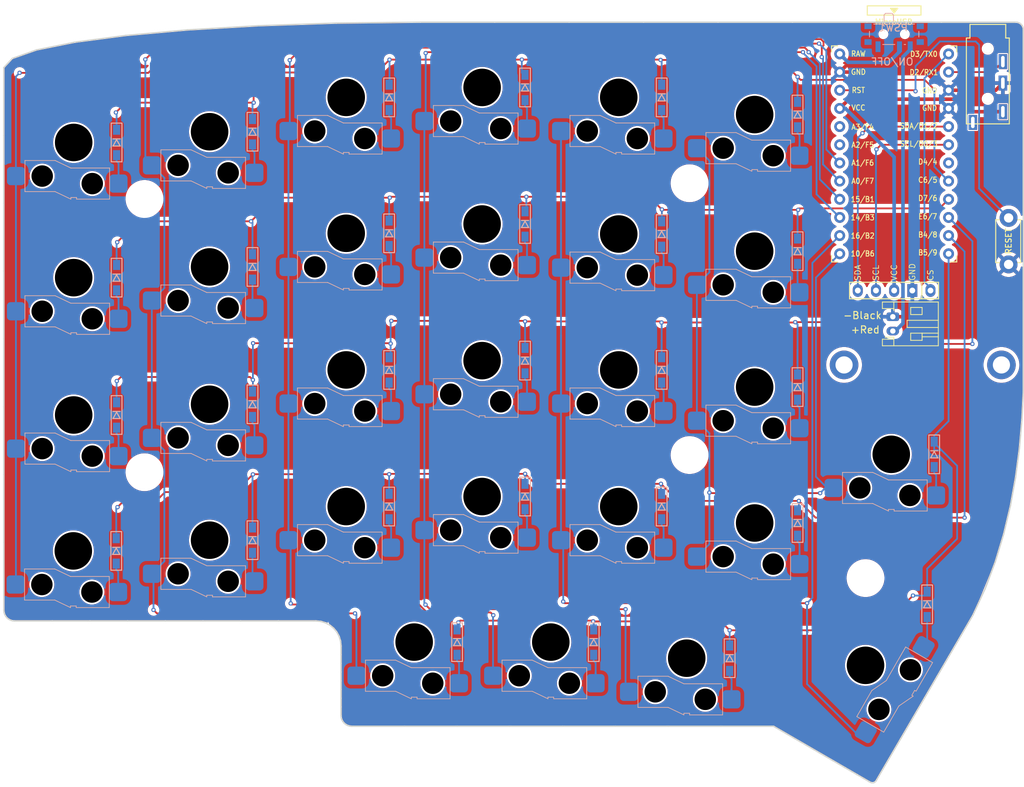
<source format=kicad_pcb>
(kicad_pcb (version 20221018) (generator pcbnew)
  (layers (0 "F.Cu" signal) (31 "B.Cu" signal) (34 "B.Paste" user) (35 "F.Paste" user) (36 "B.SilkS" user "B.Silkscreen") (37 "F.SilkS" user "F.Silkscreen") (38 "B.Mask" user) (39 "F.Mask" user) (44 "Edge.Cuts" user))
  (net 0 "")
  (net 1 "Net-(D1-A)")
  (net 2 "row4")
  (net 3 "Net-(D2-A)")
  (net 4 "Net-(D3-A)")
  (net 5 "row0")
  (net 6 "Net-(D4-A)")
  (net 7 "row1")
  (net 8 "Net-(D5-A)")
  (net 9 "row2")
  (net 10 "Net-(D6-A)")
  (net 11 "row3")
  (net 12 "Net-(D7-A)")
  (net 13 "Net-(D8-A)")
  (net 14 "Net-(D9-A)")
  (net 15 "Net-(D10-A)")
  (net 16 "Net-(D11-A)")
  (net 17 "Net-(D12-A)")
  (net 18 "Net-(D13-A)")
  (net 19 "Net-(D14-A)")
  (net 20 "Net-(D15-A)")
  (net 21 "Net-(D16-A)")
  (net 22 "Net-(D17-A)")
  (net 23 "Net-(D18-A)")
  (net 24 "Net-(D19-A)")
  (net 25 "Net-(D20-A)")
  (net 26 "Net-(D21-A)")
  (net 27 "Net-(D22-A)")
  (net 28 "Net-(D23-A)")
  (net 29 "Net-(D24-A)")
  (net 30 "Net-(D25-A)")
  (net 31 "Net-(D26-A)")
  (net 32 "Net-(D27-A)")
  (net 33 "Net-(D28-A)")
  (net 34 "VCC")
  (net 35 "GND")
  (net 36 "col0")
  (net 37 "col1")
  (net 38 "col2")
  (net 39 "col3")
  (net 40 "col4")
  (net 41 "col5")
  (net 42 "SDA")
  (net 43 "SCL")
  (net 44 "RESET")
  (net 45 "Net-(D29-A)")
  (net 46 "DATA")
  (net 49 "+BATT")
  (net 53 "raw")
  (net 54 "CS")
  (footprint "Lily58-footprint:MJ-4PP-9" (layer "F.Cu") (at 164.2381 39.3)
    (fp_text reference "J2" hide)
    (fp_text value "4PIN" hide)
  )
  (footprint "kbd:ProMicro_v3" (layer "F.Cu") (at 151.1381 56)
    (fp_text reference "U1" hide)
    (fp_text value "ProMicro" hide)
  )
  (footprint "Lily58-footprint:TACT_SWITCH_TVBP06" (layer "F.Cu") (at 167.1381 67.7 90)
    (fp_text reference "RSW1" hide)
    (fp_text value "SW_RST" hide)
  )
  (footprint "beekeeb-lib:SW_Gateron_LowProfile_HotSwap" (layer "F.Cu") (at 131.6381 50)
    (fp_text reference "SW1" hide)
    (fp_text value "SW_PUSH" hide)
  )
  (footprint "beekeeb-lib:SW_Gateron_LowProfile_HotSwap" (layer "F.Cu") (at 112.6381 47.6)
    (fp_text reference "SW2" hide)
    (fp_text value "SW_PUSH" hide)
  )
  (footprint "beekeeb-lib:SW_Gateron_LowProfile_HotSwap" (layer "F.Cu") (at 93.5381 46.21)
    (fp_text reference "SW3" hide)
    (fp_text value "SW_PUSH" hide)
  )
  (footprint "beekeeb-lib:SW_Gateron_LowProfile_HotSwap" (layer "F.Cu") (at 74.5381 47.6)
    (fp_text reference "SW4" hide)
    (fp_text value "SW_PUSH" hide)
  )
  (footprint "beekeeb-lib:SW_Gateron_LowProfile_HotSwap" (layer "F.Cu") (at 55.4381 52.4)
    (fp_text reference "SW5" hide)
    (fp_text value "SW_PUSH" hide)
  )
  (footprint "beekeeb-lib:SW_Gateron_LowProfile_HotSwap" (layer "F.Cu") (at 36.4381 53.9)
    (fp_text reference "SW6" hide)
    (fp_text value "SW_PUSH" hide)
  )
  (footprint "beekeeb-lib:SW_Gateron_LowProfile_HotSwap" (layer "F.Cu") (at 131.6381 69.1)
    (fp_text reference "SW7" hide)
    (fp_text value "SW_PUSH" hide)
  )
  (footprint "beekeeb-lib:SW_Gateron_LowProfile_HotSwap" (layer "F.Cu") (at 112.6381 66.7)
    (fp_text reference "SW8" hide)
    (fp_text value "SW_PUSH" hide)
  )
  (footprint "beekeeb-lib:SW_Gateron_LowProfile_HotSwap" (layer "F.Cu") (at 93.5381 65.3)
    (fp_text reference "SW9" hide)
    (fp_text value "SW_PUSH" hide)
  )
  (footprint "beekeeb-lib:SW_Gateron_LowProfile_HotSwap" (layer "F.Cu") (at 74.5381 66.6)
    (fp_text reference "SW10" hide)
    (fp_text value "SW_PUSH" hide)
  )
  (footprint "beekeeb-lib:SW_Gateron_LowProfile_HotSwap" (layer "F.Cu") (at 55.4381 71.3)
    (fp_text reference "SW11" hide)
    (fp_text value "SW_PUSH" hide)
  )
  (footprint "beekeeb-lib:SW_Gateron_LowProfile_HotSwap" (layer "F.Cu") (at 36.4381 72.8)
    (fp_text reference "SW12" hide)
    (fp_text value "SW_PUSH" hide)
  )
  (footprint "beekeeb-lib:SW_Gateron_LowProfile_HotSwap" (layer "F.Cu") (at 131.6381 88.1)
    (fp_text reference "SW13" hide)
    (fp_text value "SW_PUSH" hide)
  )
  (footprint "beekeeb-lib:SW_Gateron_LowProfile_HotSwap" (layer "F.Cu") (at 112.6381 85.7)
    (fp_text reference "SW14" hide)
    (fp_text value "SW_PUSH" hide)
  )
  (footprint "beekeeb-lib:SW_Gateron_LowProfile_HotSwap" (layer "F.Cu") (at 93.5381 84.4)
    (fp_text reference "SW15" hide)
    (fp_text value "SW_PUSH" hide)
  )
  (footprint "beekeeb-lib:SW_Gateron_LowProfile_HotSwap" (layer "F.Cu") (at 74.5381 85.7)
    (fp_text reference "SW16" hide)
    (fp_text value "SW_PUSH" hide)
  )
  (footprint "beekeeb-lib:SW_Gateron_LowProfile_HotSwap" (layer "F.Cu") (at 55.4381 90.5)
    (fp_text reference "SW17" hide)
    (fp_text value "SW_PUSH" hide)
  )
  (footprint "beekeeb-lib:SW_Gateron_LowProfile_HotSwap" (layer "F.Cu") (at 36.4381 92)
    (fp_text reference "SW18" hide)
    (fp_text value "SW_PUSH" hide)
  )
  (footprint "beekeeb-lib:SW_Gateron_LowProfile_HotSwap" (layer "F.Cu") (at 131.6381 107.1)
    (fp_text reference "SW19" hide)
    (fp_text value "SW_PUSH" hide)
  )
  (footprint "beekeeb-lib:SW_Gateron_LowProfile_HotSwap" (layer "F.Cu") (at 112.6381 104.8)
    (fp_text reference "SW20" hide)
    (fp_text value "SW_PUSH" hide)
  )
  (footprint "beekeeb-lib:SW_Gateron_LowProfile_HotSwap" (layer "F.Cu") (at 93.5381 103.4)
    (fp_text reference "SW21" hide)
    (fp_text value "SW_PUSH" hide)
  )
  (footprint "beekeeb-lib:SW_Gateron_LowProfile_HotSwap" (layer "F.Cu") (at 74.5381 104.8)
    (fp_text reference "SW22" hide)
    (fp_text value "SW_PUSH" hide)
  )
  (footprint "beekeeb-lib:SW_Gateron_LowProfile_HotSwap" (layer "F.Cu") (at 55.4381 109.5)
    (fp_text reference "SW23" hide)
    (fp_text value "SW_PUSH" hide)
  )
  (footprint "beekeeb-lib:SW_Gateron_LowProfile_HotSwap" (layer "F.Cu") (at 36.3881 111)
    (fp_text reference "SW24" hide)
    (fp_text value "SW_PUSH" hide)
  )
  (footprint "beekeeb-lib:SW_Gateron_LowProfile_HotSwap" (layer "F.Cu") (at 150.7381 97.5)
    (fp_text reference "SW25" hide)
    (fp_text value "SW_PUSH" hide)
  )
  (footprint "beekeeb-lib:SW_Gateron_LowProfile_HotSwap" (layer "F.Cu") (at 147.1381 127 60)
    (fp_text reference "SW26" hide)
    (fp_text value "SW_PUSH" hide)
  )
  (footprint "beekeeb-lib:SW_Gateron_LowProfile_HotSwap" (layer "F.Cu") (at 122.1381 126)
    (fp_text reference "SW27" hide)
    (fp_text value "SW_PUSH" hide)
  )
  (footprint "beekeeb-lib:SW_Gateron_LowProfile_HotSwap" (layer "F.Cu") (at 103.1381 123.75)
    (fp_text reference "SW28" hide)
    (fp_text value "SW_PUSH" hide)
  )
  (footprint "beekeeb-lib:SW_Gateron_LowProfile_HotSwap" (layer "F.Cu") (at 84.0381 123.75)
    (fp_text reference "SW29" hide)
    (fp_text value "SW_PUSH" hide)
  )
  (footprint "beekeeb-lib:nice_view_1side" (layer "F.Cu") (at 146.0581 74.6)
    (fp_text reference "J3")
    (fp_text value "OLED" hide)
  )
  (footprint "beekeeb-lib:JST_PH_S2B-PH-K_1x02_P2.00mm_Horizontal" (layer "F.Cu") (at 150.9522 80.264 90)
    (fp_text reference "BATJ1" hide)
    (fp_text value "Conn_01x02_Female")
  )
  (footprint "Lily58-footprint:HOLE_M2_TH" (layer "B.Cu") (at 122.5381 59.6 180)
    (fp_text reference "TH3" hide)
    (fp_text value "HOLE" hide)
  )
  (footprint "Lily58-footprint:HOLE_M2_TH" (layer "B.Cu") (at 46.3381 61.8 180)
    (fp_text reference "TH4" hide)
    (fp_text value "HOLE" hide)
  )
  (footprint "Lily58-footprint:HOLE_M2_TH" (layer "B.Cu") (at 122.5381 97.6 180)
    (fp_text reference "TH5" hide)
    (fp_text value "HOLE" hide)
  )
  (footprint "Lily58-footprint:HOLE_M2_TH" (layer "B.Cu") (at 46.3381 100 180)
    (fp_text reference "TH6" hide)
    (fp_text value "HOLE" hide)
  )
  (footprint "Lily58-footprint:HOLE_M2_TH" (layer "B.Cu") (at 147.1381 114.8 90)
    (fp_text reference "TH7" hide)
    (fp_text value "HOLE" hide)
  )
  (footprint "kbd:D3_SMD_v2" (layer "B.Cu") (at 137.6381 50 -90)
    (fp_text reference "D1" hide)
    (fp_text value "D" hide)
  )
  (footprint "kbd:D3_SMD_v2" (layer "B.Cu") (at 118.6381 47.6 -90)
    (fp_text reference "D2" hide)
    (fp_text value "D" hide)
  )
  (footprint "kbd:D3_SMD_v2" (layer "B.Cu") (at 99.5381 46.21 -90)
    (fp_text reference "D3" hide)
    (fp_text value "D" hide)
  )
  (footprint "kbd:D3_SMD_v2" (layer "B.Cu") (at 80.5381 47.6 -90)
    (fp_text reference "D4" hide)
    (fp_text value "D" hide)
  )
  (footprint "kbd:D3_SMD_v2" (layer "B.Cu") (at 61.4381 52.4 -90)
    (fp_text reference "D5" hide)
    (fp_text value "D" hide)
  )
  (footprint "kbd:D3_SMD_v2" (layer "B.Cu") (at 42.4381 53.9 -90)
    (fp_text reference "D6" hide)
    (fp_text value "D" hide)
  )
  (footprint "kbd:D3_SMD_v2" (layer "B.Cu") (at 137.6381 69.1 -90)
    (fp_text reference "D7" hide)
    (fp_text value "D" hide)
  )
  (footprint "kbd:D3_SMD_v2" (layer "B.Cu") (at 118.6381 66.7 -90)
    (fp_text reference "D8" hide)
    (fp_text value "D" hide)
  )
  (footprint "kbd:D3_SMD_v2" (layer "B.Cu") (at 99.5381 65.3 -90)
    (fp_text reference "D9" hide)
    (fp_text value "D" hide)
  )
  (footprint "kbd:D3_SMD_v2" (layer "B.Cu") (at 80.5381 66.6 -90)
    (fp_text reference "D10" hide)
    (fp_text value "D" hide)
  )
  (footprint "kbd:D3_SMD_v2" (layer "B.Cu") (at 61.4381 71.3 -90)
    (fp_text reference "D11" hide)
    (fp_text value "D" hide)
  )
  (footprint "kbd:D3_SMD_v2" (layer "B.Cu") (at 42.4381 72.8 -90)
    (fp_text reference "D12" hide)
    (fp_text value "D" hide)
  )
  (footprint "kbd:D3_SMD_v2" (layer "B.Cu") (at 137.6381 88.1 -90)
    (fp_text reference "D13" hide)
    (fp_text value "D" hide)
  )
  (footprint "kbd:D3_SMD_v2" (layer "B.Cu") (at 118.6381 85.7 -90)
    (fp_text reference "D14" hide)
    (fp_text value "D" hide)
  )
  (footprint "kbd:D3_SMD_v2" (layer "B.Cu") (at 99.5381 84.4 -90)
    (fp_text reference "D15" hide)
    (fp_text value "D" hide)
  )
  (footprint "kbd:D3_SMD_v2" (layer "B.Cu") (at 80.5381 85.7 -90)
    (fp_text reference "D16" hide)
    (fp_text value "D" hide)
  )
  (footprint "kbd:D3_SMD_v2" (layer "B.Cu") (at 61.4381 90.5 -90)
    (fp_text reference "D17" hide)
    (fp_text value "D" hide)
  )
  (footprint "kbd:D3_SMD_v2" (layer "B.Cu") (at 42.4381 92 -90)
    (fp_text reference "D18" hide)
    (fp_text value "D" hide)
  )
  (footprint "kbd:D3_SMD_v2" (layer "B.Cu") (at 137.6381 107.1 -90)
    (fp_text reference "D19" hide)
    (fp_text value "D" hide)
  )
  (footprint "kbd:D3_SMD_v2" (layer "B.Cu") (at 118.6381 104.8 -90)
    (fp_text reference "D20" hide)
    (fp_text value "D" hide)
  )
  (footprint "kbd:D3_SMD_v2" (layer "B.Cu") (at 99.5381 103.4 -90)
    (fp_text reference "D21" hide)
    (fp_text value "D" hide)
  )
  (footprint "kbd:D3_SMD_v2" (layer "B.Cu") (at 80.5381 104.8 -90)
    (fp_text reference "D22" hide)
    (fp_text value "D" hide)
  )
  (footprint "kbd:D3_SMD_v2" (layer "B.Cu") (at 61.4381 109.5 -90)
    (fp_text reference "D23" hide)
    (fp_text value "D" hide)
  )
  (footprint "kbd:D3_SMD_v2" (layer "B.Cu") (at 42.3881 111 -90)
    (fp_text reference "D24" hide)
    (fp_text value "D" hide)
  )
  (footprint "kbd:D3_SMD_v2" (layer "B.Cu") (at 156.7381 97.5 -90)
    (fp_text reference "D25" hide)
    (fp_text value "D" hide)
  )
  (footprint "kbd:D3_SMD_v2" (layer "B.Cu") (at 155.7528 118.4656 -90)
    (fp_text reference "D26" hide)
    (fp_text value "D" hide)
  )
  (footprint "kbd:D3_SMD_v2" (layer "B.Cu") (at 128.1381 126 -90)
    (fp_text reference "D27" hide)
    (fp_text value "D" hide)
  )
  (footprint "kbd:D3_SMD_v2" (layer "B.Cu") (at 109.1381 123.75 -90)
    (fp_text reference "D28" hide)
    (fp_text value "D" hide)
  )
  (footprint "kbd:D3_SMD_v2" (layer "B.Cu") (at 90.0381 123.75 -90)
    (fp_text reference "D29" hide)
    (fp_text value "D" hide)
  )
  (footprint "Lily58-footprint:M2_HOLE_PCB" (layer "B.Cu") (at 166.1381 85 180)
    (fp_text reference "TH1" hide)
    (fp_text value "HOLE")
  )
  (footprint "Lily58-footprint:M2_HOLE_PCB" (layer "B.Cu") (at 144.1381 85 180)
    (fp_text reference "TH2" hide)
    (fp_text value "HOLE")
  )
  (footprint "Button_Switch_SMD:SW_SPDT_PCM12" (layer "B.Cu") (at 151.1381 39.083)
    (fp_text reference "PSW1")
    (fp_text value "SW_SPST")
  )
  (gr_line (start 168.149916 37.086762) (end 157.742082 37.086762) (stroke (width 0.2)) (layer "Edge.Cuts"))
  (gr_line (start 28.178127 120.789735) (end 27.875631 120.759288) (stroke (width 0.2)) (layer "Edge.Cuts"))
  (gr_line (start 140.97859 139.391201) (end 142.654285 140.36134) (stroke (width 0.2)) (layer "Edge.Cuts"))
  (gr_line (start 168.149916 37.086762) (end 168.361664 37.108075) (stroke (width 0.2)) (layer "Edge.Cuts"))
  (gr_line (start 73.818778 132.816013) (end 73.818778 131.597973) (stroke (width 0.2)) (layer "Edge.Cuts"))
  (gr_line (start 139.302896 138.421062) (end 140.97859 139.391201) (stroke (width 0.2)) (layer "Edge.Cuts"))
  (gr_line (start 73.818778 127.943854) (end 73.818778 126.725814) (stroke (width 0.2)) (layer "Edge.Cuts"))
  (gr_line (start 160.469563 122.854742) (end 162.145257 119.988423) (stroke (width 0.2)) (layer "Edge.Cuts"))
  (gr_line (start 59.783615 120.789735) (end 65.051197 120.789735) (stroke (width 0.2)) (layer "Edge.Cuts"))
  (gr_line (start 168.737189 37.265961) (end 168.892556 37.394123) (stroke (width 0.2)) (layer "Edge.Cuts"))
  (gr_line (start 49.248453 120.789735) (end 54.516034 120.789735) (stroke (width 0.2)) (layer "Edge.Cuts"))
  (gr_line (start 73.148563 37.215654) (end 62.218588 37.585374) (stroke (width 0.2)) (layer "Edge.Cuts"))
  (gr_line (start 147.681368 143.271756) (end 147.849262 143.357278) (stroke (width 0.2)) (layer "Edge.Cuts"))
  (gr_line (start 169.200598 75.978362) (end 169.200598 82.285296) (stroke (width 0.2)) (layer "Edge.Cuts"))
  (gr_line (start 116.110747 37.086762) (end 105.702913 37.086762) (stroke (width 0.2)) (layer "Edge.Cuts"))
  (gr_line (start 70.318778 120.789735) (end 71.024602 120.860778) (stroke (width 0.2)) (layer "Edge.Cuts"))
  (gr_line (start 147.849262 143.357278) (end 148.00792 143.404468) (stroke (width 0.2)) (layer "Edge.Cuts"))
  (gr_line (start 27.859655 42.15619) (end 26.678126 43.436755) (stroke (width 0.2)) (layer "Edge.Cuts"))
  (gr_line (start 71.024602 120.860778) (end 71.6818 121.064561) (stroke (width 0.2)) (layer "Edge.Cuts"))
  (gr_line (start 71.6818 121.064561) (end 72.276353 121.387065) (stroke (width 0.2)) (layer "Edge.Cuts"))
  (gr_line (start 144.329979 141.331479) (end 146.005674 142.301617) (stroke (width 0.2)) (layer "Edge.Cuts"))
  (gr_line (start 126.905431 135.511658) (end 134.274953 135.511658) (stroke (width 0.2)) (layer "Edge.Cuts"))
  (gr_line (start 168.892556 37.394123) (end 169.020717 37.549489) (stroke (width 0.2)) (layer "Edge.Cuts"))
  (gr_line (start 27.339166 120.533736) (end 27.117214 120.350648) (stroke (width 0.2)) (layer "Edge.Cuts"))
  (gr_line (start 73.849225 134.314154) (end 73.818778 134.011658) (stroke (width 0.2)) (layer "Edge.Cuts"))
  (gr_line (start 168.361664 37.108075) (end 168.558823 37.16921) (stroke (width 0.2)) (layer "Edge.Cuts"))
  (gr_line (start 97.427344 135.511658) (end 104.796866 135.511658) (stroke (width 0.2)) (layer "Edge.Cuts"))
  (gr_line (start 33.445708 120.789735) (end 38.71329 120.789735) (stroke (width 0.2)) (layer "Edge.Cuts"))
  (gr_line (start 26.678126 119.289735) (end 26.678126 109.808112) (stroke (width 0.2)) (layer "Edge.Cuts"))
  (gr_line (start 27.875631 120.759288) (end 27.593974 120.671952) (stroke (width 0.2)) (layer "Edge.Cuts"))
  (gr_line (start 158.793868 125.721062) (end 160.469563 122.854742) (stroke (width 0.2)) (layer "Edge.Cuts"))
  (gr_line (start 26.708574 119.592231) (end 26.678127 119.289735) (stroke (width 0.2)) (layer "Edge.Cuts"))
  (gr_line (start 31.248807 40.963847) (end 27.859655 42.15619) (stroke (width 0.2)) (layer "Edge.Cuts"))
  (gr_line (start 26.678126 62.4) (end 26.678126 52.918378) (stroke (width 0.2)) (layer "Edge.Cuts"))
  (gr_line (start 75.016282 135.481211) (end 74.734626 135.393876) (stroke (width 0.2)) (layer "Edge.Cuts"))
  (gr_line (start 169.200598 38.136762) (end 169.200598 44.443695) (stroke (width 0.2)) (layer "Edge.Cuts"))
  (gr_line (start 136.926415 37.086762) (end 126.518581 37.086762) (stroke (width 0.2)) (layer "Edge.Cuts"))
  (gr_line (start 73.936561 134.59581) (end 73.849225 134.314154) (stroke (width 0.2)) (layer "Edge.Cuts"))
  (gr_line (start 95.295079 37.086762) (end 84.887245 37.086762) (stroke (width 0.2)) (layer "Edge.Cuts"))
  (gr_line (start 74.479818 135.25566) (end 74.257865 135.072571) (stroke (width 0.2)) (layer "Edge.Cuts"))
  (gr_line (start 75.318778 135.511658) (end 82.6883 135.511658) (stroke (width 0.2)) (layer "Edge.Cuts"))
  (gr_line (start 126.518581 37.086762) (end 116.110747 37.086762) (stroke (width 0.2)) (layer "Edge.Cuts"))
  (gr_line (start 105.702913 37.086762) (end 95.295079 37.086762) (stroke (width 0.2)) (layer "Edge.Cuts"))
  (gr_line (start 74.074777 134.850619) (end 73.936561 134.59581) (stroke (width 0.2)) (layer "Edge.Cuts"))
  (gr_line (start 142.654285 140.36134) (end 144.329979 141.331479) (stroke (width 0.2)) (layer "Edge.Cuts"))
  (gr_line (start 168.117154 100.690825) (end 168.647829 96.657663) (stroke (width 0.2)) (layer "Edge.Cuts"))
  (gr_line (start 43.717368 38.945561) (end 36.612429 39.885159) (stroke (width 0.2)) (layer "Edge.Cuts"))
  (gr_line (start 135.951507 136.480784) (end 137.627201 137.450923) (stroke (width 0.2)) (layer "Edge.Cuts"))
  (gr_line (start 169.200598 57.057562) (end 169.200598 63.364495) (stroke (width 0.2)) (layer "Edge.Cuts"))
  (gr_line (start 65.051197 120.789735) (end 70.318778 120.789735) (stroke (width 0.2)) (layer "Edge.Cuts"))
  (gr_line (start 73.818778 134.011658) (end 73.818778 132.816013) (stroke (width 0.2)) (layer "Edge.Cuts"))
  (gr_line (start 26.678126 52.918378) (end 26.678126 43.436755) (stroke (width 0.2)) (layer "Edge.Cuts"))
  (gr_line (start 147.334249 37.086762) (end 136.926415 37.086762) (stroke (width 0.2)) (layer "Edge.Cuts"))
  (gr_line (start 26.678126 81.363245) (end 26.678126 71.881623) (stroke (width 0.2)) (layer "Edge.Cuts"))
  (gr_line (start 137.627201 137.450923) (end 139.302896 138.421062) (stroke (width 0.2)) (layer "Edge.Cuts"))
  (gr_line (start 72.794242 121.814271) (end 73.221448 122.33216) (stroke (width 0.2)) (layer "Edge.Cuts"))
  (gr_line (start 169.200598 69.671429) (end 169.200598 75.978362) (stroke (width 0.2)) (layer "Edge.Cuts"))
  (gr_line (start 26.795909 119.873887) (end 26.708574 119.592231) (stroke (width 0.2)) (layer "Edge.Cuts"))
  (gr_line (start 169.020717 37.549489) (end 169.117469 37.727855) (stroke (width 0.2)) (layer "Edge.Cuts"))
  (gr_line (start 155.442479 131.453701) (end 157.118174 128.587381) (stroke (width 0.2)) (layer "Edge.Cuts"))
  (gr_line (start 152.09109 137.18634) (end 153.766785 134.32002) (stroke (width 0.2)) (layer "Edge.Cuts"))
  (gr_line (start 157.742082 37.086762) (end 147.334249 37.086762) (stroke (width 0.2)) (layer "Edge.Cuts"))
  (gr_line (start 104.796866 135.511658) (end 112.166388 135.511658) (stroke (width 0.2)) (layer "Edge.Cuts"))
  (gr_line (start 73.543952 122.926713) (end 73.747735 123.583911) (stroke (width 0.2)) (layer "Edge.Cuts"))
  (gr_line (start 26.678126 71.881623) (end 26.678126 62.4) (stroke (width 0.2)) (layer "Edge.Cuts"))
  (gr_line (start 74.257865 135.072571) (end 74.074777 134.850619) (stroke (width 0.2)) (layer "Edge.Cuts"))
  (gr_line (start 157.118174 128.587381) (end 158.793868 125.721062) (stroke (width 0.2)) (layer "Edge.Cuts"))
  (gr_line (start 73.818778 125.507775) (end 73.818778 124.289735) (stroke (width 0.2)) (layer "Edge.Cuts"))
  (gr_line (start 166.450122 108.649127) (end 167.391043 104.695246) (stroke (width 0.2)) (layer "Edge.Cuts"))
  (gr_line (start 27.593974 120.671952) (end 27.339166 120.533736) (stroke (width 0.2)) (layer "Edge.Cuts"))
  (gr_line (start 43.980871 120.789735) (end 49.248453 120.789735) (stroke (width 0.2)) (layer "Edge.Cuts"))
  (gr_line (start 73.818778 130.379933) (end 73.818778 129.161894) (stroke (width 0.2)) (layer "Edge.Cuts"))
  (gr_line (start 148.156874 143.413974) (end 148.295656 143.386445) (stroke (width 0.2)) (layer "Edge.Cuts"))
  (gr_line (start 52.330472 38.170488) (end 43.717368 38.945561) (stroke (width 0.2)) (layer "Edge.Cuts"))
  (gr_line (start 27.117214 120.350648) (end 26.934125 120.128696) (stroke (width 0.2)) (layer "Edge.Cuts"))
  (gr_line (start 148.540831 143.222884) (end 148.646289 143.08815) (stroke (width 0.2)) (layer "Edge.Cuts"))
  (gr_line (start 168.558823 37.16921) (end 168.737189 37.265961) (stroke (width 0.2)) (layer "Edge.Cuts"))
  (gr_line (start 82.6883 135.511658) (end 90.057822 135.511658) (stroke (width 0.2)) (layer "Edge.Cuts"))
  (gr_line (start 146.005674 142.301617) (end 147.681368 143.271756) (stroke (width 0.2)) (layer "Edge.Cuts"))
  (gr_line (start 62.218588 37.585374) (end 52.330472 38.170488) (stroke (width 0.2)) (layer "Edge.Cuts"))
  (gr_line (start 26.934125 120.128696) (end 26.795909 119.873887) (stroke (width 0.2)) (layer "Edge.Cuts"))
  (gr_line (start 167.391043 104.695246) (end 168.117154 100.690825) (stroke (width 0.2)) (layer "Edge.Cuts"))
  (gr_line (start 28.178127 120.789735) (end 33.445708 120.789735) (stroke (width 0.2)) (layer "Edge.Cuts"))
  (gr_line (start 150.415396 140.052659) (end 152.09109 137.18634) (stroke (width 0.2)) (layer "Edge.Cuts"))
  (gr_line (start 134.275813 135.510645) (end 135.951507 136.480784) (stroke (width 0.2)) (layer "Edge.Cuts"))
  (gr_line (start 36.612429 39.885159) (end 31.248807 40.963847) (stroke (width 0.2)) (layer "Edge.Cuts"))
  (gr_line (start 153.766785 134.32002) (end 155.442479 131.453701) (stroke (width 0.2)) (layer "Edge.Cuts"))
  (gr_line (start 26.678126 90.844867) (end 26.678126 81.363245) (stroke (width 0.2)) (layer "Edge.Cuts"))
  (gr_line (start 73.818778 126.725814) (end 73.818778 125.507775) (stroke (width 0.2)) (layer "Edge.Cuts"))
  (gr_line (start 169.117469 37.727855) (end 169.178603 37.925015) (stroke (width 0.2)) (layer "Edge.Cuts"))
  (gr_line (start 165.275021 112.53067) (end 166.450122 108.649127) (stroke (width 0.2)) (layer "Edge.Cuts"))
  (gr_line (start 73.221448 122.33216) (end 73.543952 122.926713) (stroke (width 0.2)) (layer "Edge.Cuts"))
  (gr_line (start 54.516034 120.789735) (end 59.783615 120.789735) (stroke (width 0.2)) (layer "Edge.Cuts"))
  (gr_line (start 148.646289 143.08815) (end 148.739701 142.918979) (stroke (width 0.2)) (layer "Edge.Cuts"))
  (gr_line (start 169.178603 37.925015) (end 169.199916 38.136762) (stroke (width 0.2)) (layer "Edge.Cuts"))
  (gr_line (start 162.144793 119.98954) (end 163.846368 116.318073) (stroke (width 0.2)) (layer "Edge.Cuts"))
  (gr_line (start 168.647829 96.657663) (end 169.002436 92.617561) (stroke (width 0.2)) (layer "Edge.Cuts"))
  (gr_line (start 73.747735 123.583911) (end 73.818778 124.289735) (stroke (width 0.2)) (layer "Edge.Cuts"))
  (gr_line (start 74.734626 135.393876) (end 74.479818 135.25566) (stroke (width 0.2)) (layer "Edge.Cuts"))
  (gr_line (start 169.200598 63.364495) (end 169.200598 69.671429) (stroke (width 0.2)) (layer "Edge.Cuts"))
  (gr_line (start 169.200598 50.750629) (end 169.200598 57.057562) (stroke (width 0.2)) (layer "Edge.Cuts"))
  (gr_line (start 148.739701 142.918979) (end 150.415396 140.052659) (stroke (width 0.2)) (layer "Edge.Cuts"))
  (gr_line (start 148.423798 143.322532) (end 148.540831 143.222884) (stroke (width 0.2)) (layer "Edge.Cuts"))
  (gr_line (start 73.818778 129.161894) (end 73.818778 127.943854) (stroke (width 0.2)) (layer "Edge.Cuts"))
  (gr_line (start 26.678126 109.808112) (end 26.678126 100.32649) (stroke (width 0.2)) (layer "Edge.Cuts"))
  (gr_line (start 169.200598 82.285296) (end 169.200598 88.592229) (stroke (width 0.2)) (layer "Edge.Cuts"))
  (gr_line (start 73.818778 131.597973) (end 73.818778 130.379933) (stroke (width 0.2)) (layer "Edge.Cuts"))
  (gr_line (start 148.295656 143.386445) (end 148.423798 143.322532) (stroke (width 0.2)) (layer "Edge.Cuts"))
  (gr_line (start 84.887245 37.086762) (end 73.148563 37.215654) (stroke (width 0.2)) (layer "Edge.Cuts"))
  (gr_line (start 169.200598 44.443695) (end 169.200598 50.750629) (stroke (width 0.2)) (layer "Edge.Cuts"))
  (gr_line (start 72.276353 121.387065) (end 72.794242 121.814271) (stroke (width 0.2)) (layer "Edge.Cuts"))
  (gr_line (start 38.71329 120.789735) (end 43.980871 120.789735) (stroke (width 0.2)) (layer "Edge.Cuts"))
  (gr_line (start 112.166388 135.511658) (end 119.535909 135.511658) (stroke (width 0.2)) (layer "Edge.Cuts"))
  (gr_line (start 90.057822 135.511658) (end 97.427344 135.511658) (stroke (width 0.2)) (layer "Edge.Cuts"))
  (gr_line (start 119.535909 135.511658) (end 126.905431 135.511658) (stroke (width 0.2)) (layer "Edge.Cuts"))
  (gr_line (start 26.678126 100.32649) (end 26.678126 90.844867) (stroke (width 0.2)) (layer "Edge.Cuts"))
  (gr_line (start 75.318778 135.511658) (end 75.016282 135.481211) (stroke (width 0.2)) (layer "Edge.Cuts"))
  (gr_line (start 169.002436 92.617561) (end 169.200349 88.592317) (stroke (width 0.2)) (layer "Edge.Cuts"))
  (gr_line (start 148.00792 143.404468) (end 148.156874 143.413974) (stroke (width 0.2)) (layer "Edge.Cuts"))
  (gr_line (start 163.846368 116.318073) (end 165.275021 112.53067) (stroke (width 0.2)) (layer "Edge.Cuts"))
  (gr_text "ON/OFF" (at 153.924 42.6212) (layer "B.SilkS") (effects (font (size 1 1)) (justify left mirror)))
  (gr_text "-Black" (at 143.9418 78.0796) (layer "F.SilkS") (effects (font (size 1 1)) (justify left)))
  (gr_text "+Red" (at 145.0086 80.0862) (layer "F.SilkS") (effects (font (size 1 1)) (justify left)))
  (segment (start 137.6381 52.1133) (end 137.6381 51.6) (width 0.25) (layer "B.Cu") (net 1))
  (segment (start 137.638 51.6) (end 137.638 52.1134) (width 0.25) (layer "B.Cu") (net 1))
  (segment (start 137.638 52.1134) (end 137.638 52.6269) (width 0.25) (layer "B.Cu") (net 1))
  (segment (start 137.638 52.6269) (end 137.913 52.9019) (width 0.25) (layer "B.Cu") (net 1))
  (segment (start 137.913 54.3259) (end 137.9131 54.326) (width 0.25) (layer "B.Cu") (net 1))
  (segment (start 137.913 52.9019) (end 137.913 54.3259) (width 0.25) (layer "B.Cu") (net 1))
  (segment (start 137.913 54.3259) (end 137.913 55.75) (width 0.25) (layer "B.Cu") (net 1))
  (segment (start 137.638 52.1134) (end 137.6381 52.1133) (width 0.25) (layer "B.Cu") (net 1))
  (segment (start 137.9131 54.326) (end 137.9131 55.75) (width 0.25) (layer "B.Cu") (net 1))
  (segment (start 90.4764 120.75) (end 90.2208 121.006) (width 0.25) (layer "F.Cu") (net 2))
  (segment (start 108.964 120.75) (end 90.4764 120.75) (width 0.25) (layer "F.Cu") (net 2))
  (segment (start 109.068 120.853) (end 108.964 120.75) (width 0.25) (layer "F.Cu") (net 2))
  (segment (start 148.92 122.098) (end 128.143 122.098) (width 0.25) (layer "F.Cu") (net 2))
  (segment (start 153.7716 117.2464) (end 148.92 122.098) (width 0.25) (layer "F.Cu") (net 2))
  (segment (start 126.898 120.853) (end 128.143 122.098) (width 0.25) (layer "F.Cu") (net 2))
  (segment (start 109.068 120.853) (end 126.898 120.853) (width 0.25) (layer "F.Cu") (net 2))
  (via (at 153.7716 117.2464) (size 0.6) (drill 0.3) (layers "F.Cu" "B.Cu") (net 2))
  (via (at 128.143 122.098) (size 0.6) (drill 0.3) (layers "F.Cu" "B.Cu") (net 2))
  (via (at 109.068 120.853) (size 0.6) (drill 0.3) (layers "F.Cu" "B.Cu") (net 2))
  (via (at 90.2208 121.006) (size 0.6) (drill 0.3) (layers "F.Cu" "B.Cu") (net 2))
  (segment (start 158.7495 92.8617) (end 156.7381 94.8731) (width 0.25) (layer "B.Cu") (net 2))
  (segment (start 155.372 117.2464) (end 155.7528 116.8656) (width 0.25) (layer "B.Cu") (net 2))
  (segment (start 155.7528 116.8656) (end 155.7528 113.4872) (width 0.25) (layer "B.Cu") (net 2))
  (segment (start 153.7716 117.2464) (end 155.372 117.2464) (width 0.25) (layer "B.Cu") (net 2))
  (segment (start 128.143 124.395) (end 128.1381 124.3999) (width 0.25) (layer "B.Cu") (net 2))
  (segment (start 109.1381 122.15) (end 109.138 122.15) (width 0.25) (layer "B.Cu") (net 2))
  (segment (start 156.7381 95.9) (end 156.7381 94.8731) (width 0.25) (layer "B.Cu") (net 2))
  (segment (start 159.944 99.1057) (end 157.765 96.9269) (width 0.25) (layer "B.Cu") (net 2))
  (segment (start 159.944 109.296) (end 159.944 99.1057) (width 0.25) (layer "B.Cu") (net 2))
  (segment (start 155.7528 113.4872) (end 156.5275 112.7125) (width 0.25) (layer "B.Cu") (net 2))
  (segment (start 156.7381 95.9) (end 156.738 95.9) (width 0.25) (layer "B.Cu") (net 2))
  (segment (start 128.1381 124.3999) (end 128.138 124.4) (width 0.25) (layer "B.Cu") (net 2))
  (segment (start 156.5275 112.7125) (end 159.944 109.296) (width 0.25) (layer "B.Cu") (net 2))
  (segment (start 156.738 96.9269) (end 157.765 96.9269) (width 0.25) (layer "B.Cu") (net 2))
  (segment (start 109.138 120.924) (end 109.068 120.853) (width 0.25) (layer "B.Cu") (net 2))
  (segment (start 158.7495 69.462) (end 158.7495 92.8617) (width 0.25) (layer "B.Cu") (net 2))
  (segment (start 128.143 122.098) (end 128.143 124.395) (width 0.25) (layer "B.Cu") (net 2))
  (segment (start 157.765 96.9269) (end 156.7381 95.9) (width 0.25) (layer "B.Cu") (net 2))
  (segment (start 156.738 95.9) (end 156.738 96.9269) (width 0.25) (layer "B.Cu") (net 2))
  (segment (start 128.1381 124.4) (end 128.1381 124.3999) (width 0.25) (layer "B.Cu") (net 2))
  (segment (start 90.2208 121.006) (end 90.2208 121.967) (width 0.25) (layer "B.Cu") (net 2))
  (segment (start 90.2208 121.967) (end 90.0381 122.15) (width 0.25) (layer "B.Cu") (net 2))
  (segment (start 109.138 122.15) (end 109.138 120.924) (width 0.25) (layer "B.Cu") (net 2))
  (segment (start 118.638 49.7134) (end 118.6381 49.7133) (width 0.25) (layer "B.Cu") (net 3))
  (segment (start 118.913 50.5019) (end 118.913 51.9259) (width 0.25) (layer "B.Cu") (net 3))
  (segment (start 118.6381 49.7133) (end 118.6381 49.2) (width 0.25) (layer "B.Cu") (net 3))
  (segment (start 118.638 49.7134) (end 118.638 50.2269) (width 0.25) (layer "B.Cu") (net 3))
  (segment (start 118.913 51.9259) (end 118.9131 51.926) (width 0.25) (layer "B.Cu") (net 3))
  (segment (start 118.638 50.2269) (end 118.913 50.5019) (width 0.25) (layer "B.Cu") (net 3))
  (segment (start 118.913 51.9259) (end 118.913 53.35) (width 0.25) (layer "B.Cu") (net 3))
  (segment (start 118.638 49.2) (end 118.638 49.7134) (width 0.25) (layer "B.Cu") (net 3))
  (segment (start 118.9131 51.926) (end 118.9131 53.35) (width 0.25) (layer "B.Cu") (net 3))
  (segment (start 99.8131 49.1119) (end 99.8131 51.96) (width 0.25) (layer "B.Cu") (net 4))
  (segment (start 99.5381 47.81) (end 99.5381 48.8369) (width 0.25) (layer "B.Cu") (net 4))
  (segment (start 99.5381 48.8369) (end 99.8131 49.1119) (width 0.25) (layer "B.Cu") (net 4))
  (segment (start 138.062 45.149) (end 155.41 45.149) (width 0.25) (layer "F.Cu") (net 5))
  (segment (start 42.3418 49.7078) (end 43.7134 48.3362) (width 0.25) (layer "F.Cu") (net 5))
  (segment (start 80.6091 42.3164) (end 99.0854 42.3164) (width 0.25) (layer "F.Cu") (net 5))
  (segment (start 135.28 42.3672) (end 137.643 44.7294) (width 0.25) (layer "F.Cu") (net 5))
  (segment (start 61.595 46.9138) (end 61.595 48.3362) (width 0.25) (layer "F.Cu") (net 5))
  (segment (start 155.41 45.149) (end 156.769 46.5074) (width 0.25) (layer "F.Cu") (net 5))
  (segment (start 118.44 42.3164) (end 118.491 42.3672) (width 0.25) (layer "F.Cu") (net 5))
  (segment (start 80.5942 42.3313) (end 80.6091 42.3164) (width 0.25) (layer "F.Cu") (net 5))
  (segment (start 99.0854 42.3164) (end 118.44 42.3164) (width 0.25) (layer "F.Cu") (net 5))
  (segment (start 118.491 42.3672) (end 135.28 42.3672) (width 0.25) (layer "F.Cu") (net 5))
  (segment (start 43.7134 48.3362) (end 61.595 48.3362) (width 0.25) (layer "F.Cu") (net 5))
  (segment (start 78.8057 44.1198) (end 64.389 44.1198) (width 0.25) (layer "F.Cu") (net 5))
  (segment (start 64.389 44.1198) (end 61.595 46.9138) (width 0.25) (layer "F.Cu") (net 5))
  (segment (start 80.5942 42.3313) (end 78.8057 44.1198) (width 0.25) (layer "F.Cu") (net 5))
  (segment (start 137.643 44.7294) (end 138.062 45.149) (width 0.25) (layer "F.Cu") (net 5))
  (via (at 156.769 46.5074) (size 0.6) (drill 0.3) (layers "F.Cu" "B.Cu") (net 5))
  (via (at 42.3418 49.7078) (size 0.6) (drill 0.3) (layers "F.Cu" "B.Cu") (net 5))
  (via (at 118.491 42.3672) (size 0.6) (drill 0.3) (layers "F.Cu" "B.Cu") (net 5))
  (via (at 80.5942 42.3313) (size 0.6) (drill 0.3) (layers "F.Cu" "B.Cu") (net 5))
  (via (at 99.0854 42.3164) (size 0.6) (drill 0.3) (layers "F.Cu" "B.Cu") (net 5))
  (via (at 61.595 48.3362) (size 0.6) (drill 0.3) (layers "F.Cu" "B.Cu") (net 5))
  (via (at 137.643 44.7294) (size 0.6) (drill 0.3) (layers "F.Cu" "B.Cu") (net 5))
  (segment (start 158.42 58.9719) (end 158.7495 59.3014) (width 0.25) (layer "B.Cu") (net 5))
  (segment (start 61.595 48.3362) (end 61.4381 48.4931) (width 0.25) (layer "B.Cu") (net 5))
  (segment (start 158.75 59.3016) (end 158.75 59.302) (width 0.25) (layer "B.Cu") (net 5))
  (segment (start 118.638 45.1286) (end 118.6381 45.1287) (width 0.25) (layer "B.Cu") (net 5))
  (segment (start 137.638 44.7339) (end 137.638 46.5669) (width 0.25) (layer "B.Cu") (net 5))
  (segment (start 158.75 59.302) (end 158.42 58.9719) (width 0.25) (layer "B.Cu") (net 5))
  (segment (start 118.638 44.2571) (end 118.638 44.2572) (width 0.25) (layer "B.Cu") (net 5))
  (segment (start 137.638 47.4835) (end 137.6381 47.4836) (width 0.25) (layer "B.Cu") (net 5))
  (segment (start 158.09 58.6418) (end 158.75 59.3016) (width 0.25) (layer "B.Cu") (net 5))
  (segment (start 137.643 44.7294) (end 137.638 44.7339) (width 0.25) (layer "B.Cu") (net 5))
  (segment (start 118.491 42.3672) (end 118.638 42.5143) (width 0.25) (layer "B.Cu") (net 5))
  (segment (start 137.638 46.5669) (end 137.638 46.567) (width 0.25) (layer "B.Cu") (net 5))
  (segment (start 137.638 46.567) (end 137.638 47.4835) (width 0.25) (layer "B.Cu") (net 5))
  (segment (start 137.638 46.567) (end 137.638 47.4835) (width 0.25) (layer "B.Cu") (net 5))
  (segment (start 158.42 58.9719) (end 158.09 58.6418) (width 0.25) (layer "B.Cu") (net 5))
  (segment (start 42.4381 49.8041) (end 42.3418 49.7078) (width 0.25) (layer "B.Cu") (net 5))
  (segment (start 99.0854 42.3164) (end 99.0854 44.1573) (width 0.25) (layer "B.Cu") (net 5))
  (segment (start 118.638 42.5143) (end 118.638 44.2571) (width 0.25) (layer "B.Cu") (net 5))
  (segment (start 99.0854 44.1573) (end 99.5381 44.61) (width 0.25) (layer "B.Cu") (net 5))
  (segment (start 156.769 57.3213) (end 158.09 58.6418) (width 0.25) (layer "B.Cu") (net 5))
  (segment (start 80.5942 42.3313) (end 80.5942 45.9439) (width 0.25) (layer "B.Cu") (net 5))
  (segment (start 118.6381 45.1287) (end 118.6381 46) (width 0.25) (layer "B.Cu") (net 5))
  (segment (start 137.6381 47.4836) (end 137.6381 48.4) (width 0.25) (layer "B.Cu") (net 5))
  (segment (start 118.638 44.2572) (end 118.638 45.1286) (width 0.25) (layer "B.Cu") (net 5))
  (segment (start 158.7495 59.3014) (end 158.7495 59.302) (width 0.25) (layer "B.Cu") (net 5))
  (segment (start 156.769 46.5074) (end 156.769 57.3213) (width 0.25) (layer "B.Cu") (net 5))
  (segment (start 137.638 46.5669) (end 137.638 46.567) (width 0.25) (layer "B.Cu") (net 5))
  (segment (start 118.638 44.2571) (end 118.638 44.2572) (width 0.25) (layer "B.Cu") (net 5))
  (segment (start 42.4381 52.3) (end 42.4381 49.8041) (width 0.25) (layer "B.Cu") (net 5))
  (segment (start 80.5942 45.9439) (end 80.5381 46) (width 0.25) (layer "B.Cu") (net 5))
  (segment (start 61.4381 48.4931) (end 61.4381 50.8) (width 0.25) (layer "B.Cu") (net 5))
  (segment (start 118.638 44.2572) (end 118.638 45.1286) (width 0.25) (layer "B.Cu") (net 5))
  (segment (start 80.5381 49.2) (end 80.5381 50.2269) (width 0.25) (layer "B.Cu") (net 6))
  (segment (start 80.8131 50.5019) (end 80.8131 53.35) (width 0.25) (layer "B.Cu") (net 6))
  (segment (start 80.5381 50.2269) (end 80.8131 50.5019) (width 0.25) (layer "B.Cu") (net 6))
  (segment (start 45.4406 64.9224) (end 42.5196 67.8434) (width 0.25) (layer "F.Cu") (net 7))
  (segment (start 118.669 63.2714) (end 116.891 61.4934) (width 0.25) (layer "F.Cu") (net 7))
  (segment (start 158.7498 61.8422) (end 157.473 63.119) (width 0.25) (layer "F.Cu") (net 7))
  (segment (start 158.7496 61.842) (end 158.7498 61.8422) (width 0.25) (layer "F.Cu") (net 7))
  (segment (start 157.473 63.119) (end 137.9222 63.119) (width 0.25) (layer "F.Cu") (net 7))
  (segment (start 99.7204 61.4934) (end 80.7466 61.4934) (width 0.25) (layer "F.Cu") (net 7))
  (segment (start 158.7495 61.842) (end 158.7496 61.842) (width 0.25) (layer "F.Cu") (net 7))
  (segment (start 137.9222 63.119) (end 137.719 63.3222) (width 0.25) (layer "F.Cu") (net 7))
  (segment (start 158.75 61.842) (end 158.7498 61.8422) (width 0.25) (layer "F.Cu") (net 7))
  (segment (start 137.719 63.3222) (end 118.72 63.3222) (width 0.25) (layer "F.Cu") (net 7))
  (segment (start 61.2394 64.9224) (end 45.4406 64.9224) (width 0.25) (layer "F.Cu") (net 7))
  (segment (start 118.72 63.3222) (end 118.669 63.2714) (width 0.25) (layer "F.Cu") (net 7))
  (segment (start 64.5414 61.6204) (end 61.2394 64.9224) (width 0.25) (layer "F.Cu") (net 7))
  (segment (start 80.7466 61.4934) (end 80.6196 61.6204) (width 0.25) (layer "F.Cu") (net 7))
  (segment (start 80.6196 61.6204) (end 64.5414 61.6204) (width 0.25) (layer "F.Cu") (net 7))
  (segment (start 116.891 61.4934) (end 99.7204 61.4934) (width 0.25) (layer "F.Cu") (net 7))
  (via (at 42.5196 67.8434) (size 0.6) (drill 0.3) (layers "F.Cu" "B.Cu") (net 7))
  (via (at 99.7204 61.4934) (size 0.6) (drill 0.3) (layers "F.Cu" "B.Cu") (net 7))
  (via (at 118.669 63.2714) (size 0.6) (drill 0.3) (layers "F.Cu" "B.Cu") (net 7))
  (via (at 80.6196 61.6204) (size 0.6) (drill 0.3) (layers "F.Cu" "B.Cu") (net 7))
  (via (at 61.2394 64.9224) (size 0.6) (drill 0.3) (layers "F.Cu" "B.Cu") (net 7))
  (via (at 137.719 63.3222) (size 0.6) (drill 0.3) (layers "F.Cu" "B.Cu") (net 7))
  (segment (start 61.4381 65.1211) (end 61.4381 69.7) (width 0.25) (layer "B.Cu") (net 7))
  (segment (start 42.5196 67.8434) (end 42.4381 67.9249) (width 0.25) (layer "B.Cu") (net 7))
  (segment (start 80.6196 61.6204) (end 80.5381 61.7019) (width 0.25) (layer "B.Cu") (net 7))
  (segment (start 137.719 63.3222) (end 137.638 63.4029) (width 0.25) (layer "B.Cu") (net 7))
  (segment (start 99.7204 63.5177) (end 99.5381 63.7) (width 0.25) (layer "B.Cu") (net 7))
  (segment (start 99.7204 61.4934) (end 99.7204 63.5177) (width 0.25) (layer "B.Cu") (net 7))
  (segment (start 42.4381 67.9249) (end 42.4381 71.2) (width 0.25) (layer "B.Cu") (net 7))
  (segment (start 118.6381 65.1) (end 118.638 65.1) (width 0.25) (layer "B.Cu") (net 7))
  (segment (start 118.669 65.0693) (end 118.6381 65.1) (width 0.25) (layer "B.Cu") (net 7))
  (segment (start 137.638 63.4029) (end 137.638 67.5) (width 0.25) (layer "B.Cu") (net 7))
  (segment (start 61.2394 64.9224) (end 61.4381 65.1211) (width 0.25) (layer "B.Cu") (net 7))
  (segment (start 137.6381 67.5) (end 137.638 67.5) (width 0.25) (layer "B.Cu") (net 7))
  (segment (start 118.669 63.2714) (end 118.669 65.0693) (width 0.25) (layer "B.Cu") (net 7))
  (segment (start 80.5381 61.7019) (end 80.5381 65) (width 0.25) (layer "B.Cu") (net 7))
  (segment (start 61.4381 55.0269) (end 61.7131 55.3019) (width 0.25) (layer "B.Cu") (net 8))
  (segment (start 61.4381 54) (end 61.4381 55.0269) (width 0.25) (layer "B.Cu") (net 8))
  (segment (start 61.7131 55.3019) (end 61.7131 58.15) (width 0.25) (layer "B.Cu") (net 8))
  (segment (start 61.5188 81.9658) (end 80.6958 81.9658) (width 0.25) (layer "F.Cu") (net 9))
  (segment (start 61.087 86.6902) (end 61.4934 87.0966) (width 0.25) (layer "F.Cu") (net 9))
  (segment (start 137.312 79.0194) (end 144.221 79.0194) (width 0.25) (layer "F.Cu") (net 9))
  (segment (start 144.221 79.0194) (end 147.345 82.1436) (width 0.25) (layer "F.Cu") (net 9))
  (segment (start 147.345 82.1436) (end 147.422 82.0674) (width 0.25) (layer "F.Cu") (net 9))
  (segment (start 99.4664 78.8416) (end 99.5426 78.9178) (width 0.25) (layer "F.Cu") (net 9))
  (segment (start 80.6958 81.9658) (end 80.7466 82.0166) (width 0.25) (layer "F.Cu") (net 9))
  (segment (start 147.422 82.0674) (end 162.077 82.0674) (width 0.25) (layer "F.Cu") (net 9))
  (segment (start 137.262 79.0702) (end 137.312 79.0194) (width 0.25) (layer "F.Cu") (net 9))
  (segment (start 80.8482 78.8416) (end 99.4664 78.8416) (width 0.25) (layer "F.Cu") (net 9))
  (segment (start 43.0276 86.6902) (end 61.087 86.6902) (width 0.25) (layer "F.Cu") (net 9))
  (segment (start 118.618 79.0702) (end 137.262 79.0702) (width 0.25) (layer "F.Cu") (net 9))
  (segment (start 118.466 78.9178) (end 118.618 79.0702) (width 0.25) (layer "F.Cu") (net 9))
  (segment (start 99.5426 78.9178) (end 118.466 78.9178) (width 0.25) (layer "F.Cu") (net 9))
  (segment (start 42.4688 87.249) (end 43.0276 86.6902) (width 0.25) (layer "F.Cu") (net 9))
  (via (at 162.077 82.0674) (size 0.6) (drill 0.3) (layers "F.Cu" "B.Cu") (net 9))
  (via (at 61.4934 87.0966) (size 0.6) (drill 0.3) (layers "F.Cu" "B.Cu") (net 9))
  (via (at 42.4688 87.249) (size 0.6) (drill 0.3) (layers "F.Cu" "B.Cu") (net 9))
  (via (at 137.312 79.0194) (size 0.6) (drill 0.3) (layers "F.Cu" "B.Cu") (net 9))
  (via (at 99.5426 78.9178) (size 0.6) (drill 0.3) (layers "F.Cu" "B.Cu") (net 9))
  (via (at 61.5188 81.9658) (size 0.6) (drill 0.3) (layers "F.Cu" "B.Cu") (net 9))
  (via (at 80.7466 82.0166) (size 0.6) (drill 0.3) (layers "F.Cu" "B.Cu") (net 9))
  (via (at 118.618 79.0702) (size 0.6) (drill 0.3) (layers "F.Cu" "B.Cu") (net 9))
  (via (at 80.8482 78.8416) (size 0.6) (drill 0.3) (layers "F.Cu" "B.Cu") (net 9))
  (segment (start 137.638 84.7113) (end 137.6381 84.7114) (width 0.25) (layer "B.Cu") (net 9))
  (segment (start 42.4381 90.4) (end 42.4381 87.2797) (width 0.25) (layer "B.Cu") (net 9))
  (segment (start 137.6381 84.7114) (end 137.6381 86.5) (width 0.25) (layer "B.Cu") (net 9))
  (segment (start 80.7466 83.8915) (end 80.5381 84.1) (width 0.25) (layer "B.Cu") (net 9))
  (segment (start 159.589 65.2209) (end 159.588 65.2209) (width 0.25) (layer "B.Cu") (net 9))
  (segment (start 61.4934 81.9912) (end 61.5188 81.9658) (width 0.25) (layer "B.Cu") (net 9))
  (segment (start 158.75 64.382) (end 159.589 65.2209) (width 0.25) (layer "B.Cu") (net 9))
  (segment (start 80.7466 78.9432) (end 80.8482 78.8416) (width 0.25) (layer "B.Cu") (net 9))
  (segment (start 42.4381 87.2797) (end 42.4688 87.249) (width 0.25) (layer "B.Cu") (net 9))
  (segment (start 99.5381 78.9223) (end 99.5381 82.8) (width 0.25) (layer "B.Cu") (net 9))
  (segment (start 137.638 82.9225) (end 137.638 82.9226) (width 0.25) (layer "B.Cu") (net 9))
  (segment (start 118.618 79.0702) (end 118.638 79.0903) (width 0.25) (layer "B.Cu") (net 9))
  (segment (start 118.6381 82.8477) (end 118.6381 84.1) (width 0.25) (layer "B.Cu") (net 9))
  (segment (start 162.077 67.7099) (end 159.589 65.2209) (width 0.25) (layer "B.Cu") (net 9))
  (segment (start 118.638 82.8476) (end 118.6381 82.8477) (width 0.25) (layer "B.Cu") (net 9))
  (segment (start 137.638 79.3451) (end 137.638 82.9225) (width 0.25) (layer "B.Cu") (net 9))
  (segment (start 118.638 81.5951) (end 118.638 81.5952) (width 0.25) (layer "B.Cu") (net 9))
  (segment (start 137.638 82.9226) (end 137.638 84.7113) (width 0.25) (layer "B.Cu") (net 9))
  (segment (start 137.638 82.9225) (end 137.638 82.9226) (width 0.25) (layer "B.Cu") (net 9))
  (segment (start 99.5426 78.9178) (end 99.5381 78.9223) (width 0.25) (layer "B.Cu") (net 9))
  (segment (start 118.638 79.0903) (end 118.638 81.5951) (width 0.25) (layer "B.Cu") (net 9))
  (segment (start 159.588 65.2209) (end 158.75 64.382) (width 0.25) (layer "B.Cu") (net 9))
  (segment (start 158.7495 64.382) (end 158.75 64.382) (width 0.25) (layer "B.Cu") (net 9))
  (segment (start 137.638 82.9226) (end 137.638 84.7113) (width 0.25) (layer "B.Cu") (net 9))
  (segment (start 162.077 82.0674) (end 162.077 67.7099) (width 0.25) (layer "B.Cu") (net 9))
  (segment (start 118.638 81.5951) (end 118.638 81.5952) (width 0.25) (layer "B.Cu") (net 9))
  (segment (start 137.312 79.0194) (end 137.638 79.3451) (width 0.25) (layer "B.Cu") (net 9))
  (segment (start 61.4934 87.0966) (end 61.4934 81.9912) (width 0.25) (layer "B.Cu") (net 9))
  (segment (start 80.7466 82.0166) (end 80.7466 83.8915) (width 0.25) (layer "B.Cu") (net 9))
  (segment (start 61.4934 88.8447) (end 61.4381 88.9) (width 0.25) (layer "B.Cu") (net 9))
  (segment (start 80.7466 82.0166) (end 80.7466 78.9432) (width 0.25) (layer "B.Cu") (net 9))
  (segment (start 118.638 81.5952) (end 118.638 82.8476) (width 0.25) (layer "B.Cu") (net 9))
  (segment (start 118.638 81.5952) (end 118.638 82.8476) (width 0.25) (layer "B.Cu") (net 9))
  (segment (start 61.4934 87.0966) (end 61.4934 88.8447) (width 0.25) (layer "B.Cu") (net 9))
  (segment (start 42.4381 56.5269) (end 42.7131 56.8019) (width 0.25) (layer "B.Cu") (net 10))
  (segment (start 42.4381 55.5) (end 42.4381 56.5269) (width 0.25) (layer "B.Cu") (net 10))
  (segment (start 42.7131 56.8019) (end 42.7131 59.65) (width 0.25) (layer "B.Cu") (net 10))
  (segment (start 99.5426 100.228) (end 80.5942 100.228) (width 0.25) (layer "F.Cu") (net 11))
  (segment (start 49.2186 102.775) (end 48.4378 103.556) (width 0.25) (layer "F.Cu") (net 11))
  (segment (start 80.5942 100.228) (end 80.5434 100.279) (width 0.25) (layer "F.Cu") (net 11))
  (segment (start 59.023 102.775) (end 49.2186 102.775) (width 0.25) (layer "F.Cu") (net 11))
  (segment (start 140.157 106.35) (end 137.82 104.013) (width 0.25) (layer "F.Cu") (net 11))
  (segment (start 118.542 101.625) (end 100.94 101.625) (width 0.25) (layer "F.Cu") (net 11))
  (segment (start 61.5188 100.279) (end 61.4934 100.305) (width 0.25) (layer "F.Cu") (net 11))
  (segment (start 43.8912 103.556) (end 42.5704 104.877) (width 0.25) (layer "F.Cu") (net 11))
  (segment (start 160.985 106.35) (end 140.157 106.35) (width 0.25) (layer "F.Cu") (net 11))
  (segment (start 48.4378 103.556) (end 43.8912 103.556) (width 0.25) (layer "F.Cu") (net 11))
  (segment (start 80.5434 100.279) (end 61.5188 100.279) (width 0.25) (layer "F.Cu") (net 11))
  (segment (start 120.929 104.013) (end 118.542 101.625) (width 0.25) (layer "F.Cu") (net 11))
  (segment (start 100.94 101.625) (end 99.5426 100.228) (width 0.25) (layer "F.Cu") (net 11))
  (segment (start 137.82 104.013) (end 120.929 104.013) (width 0.25) (layer "F.Cu") (net 11))
  (segment (start 61.4934 100.305) (end 59.023 102.775) (width 0.25) (layer "F.Cu") (net 11))
  (via (at 61.4934 100.305) (size 0.6) (drill 0.3) (layers "F.Cu" "B.Cu") (net 11))
  (via (at 137.82 104.013) (size 0.6) (drill 0.3) (layers "F.Cu" "B.Cu") (net 11))
  (via (at 99.5426 100.228) (size 0.6) (drill 0.3) (layers "F.Cu" "B.Cu") (net 11))
  (via (at 160.985 106.35) (size 0.6) (drill 0.3) (layers "F.Cu" "B.Cu") (net 11))
  (via (at 80.5434 100.279) (size 0.6) (drill 0.3) (layers "F.Cu" "B.Cu") (net 11))
  (via (at 42.5704 104.877) (size 0.6) (drill 0.3) (layers "F.Cu" "B.Cu") (net 11))
  (via (at 118.542 101.625) (size 0.6) (drill 0.3) (layers "F.Cu" "B.Cu") (net 11))
  (segment (start 118.542 101.625) (end 118.542 103.104) (width 0.25) (layer "B.Cu") (net 11))
  (segment (start 80.5381 100.284) (end 80.5381 103.2) (width 0.25) (layer "B.Cu") (net 11))
  (segment (start 159.589 67.7609) (end 159.588 67.7609) (width 0.25) (layer "B.Cu") (net 11))
  (segment (start 137.82 105.318) (end 137.6381 105.4999) (width 0.25) (layer "B.Cu") (net 11))
  (segment (start 160.985 106.35) (end 160.985 69.1577) (width 0.25) (layer "B.Cu") (net 11))
  (segment (start 137.6381 105.4999) (end 137.638 105.5) (width 0.25) (layer "B.Cu") (net 11))
  (segment (start 118.542 103.104) (end 118.638 103.2) (width 0.25) (layer "B.Cu") (net 11))
  (segment (start 80.5434 100.279) (end 80.5381 100.284) (width 0.25) (layer "B.Cu") (net 11))
  (segment (start 61.4934 100.305) (end 61.4381 100.36) (width 0.25) (layer "B.Cu") (net 11))
  (segment (start 42.3881 105.059) (end 42.3881 109.4) (width 0.25) (layer "B.Cu") (net 11))
  (segment (start 158.7495 66.922) (end 158.75 66.922) (width 0.25) (layer "B.Cu") (net 11))
  (segment (start 99.5426 100.228) (end 99.5426 101.796) (width 0.25) (layer "B.Cu") (net 11))
  (segment (start 99.5426 101.796) (end 99.5381 101.8) (width 0.25) (layer "B.Cu") (net 11))
  (segment (start 61.4381 100.36) (end 61.4381 107.9) (width 0.25) (layer "B.Cu") (net 11))
  (segment (start 137.82 104.013) (end 137.82 105.318) (width 0.25) (layer "B.Cu") (net 11))
  (segment (start 137.6381 105.4999) (end 137.6381 105.5) (width 0.25) (layer "B.Cu") (net 11))
  (segment (start 158.75 66.922) (end 159.589 67.7609) (width 0.25) (layer "B.Cu") (net 11))
  (segment (start 42.5704 104.877) (end 42.3881 105.059) (width 0.25) (layer "B.Cu") (net 11))
  (segment (start 159.588 67.7609) (end 158.75 66.922) (width 0.25) (layer "B.Cu") (net 11))
  (segment (start 118.6381 103.2) (end 118.638 103.2) (width 0.25) (layer "B.Cu") (net 11))
  (segment (start 160.985 69.1577) (end 159.589 67.7609) (width 0.25) (layer "B.Cu") (net 11))
  (segment (start 137.776 74.7125) (end 137.9131 74.8496) (width 0.25) (layer "B.Cu") (net 12))
  (segment (start 137.6381 70.7) (end 137.6381 71.7269) (width 0.25) (layer "B.Cu") (net 12))
  (segment (start 137.9131 74.8496) (end 137.9131 74.85) (width 0.25) (layer "B.Cu") (net 12))
  (segment (start 137.6381 71.7269) (end 137.638 71.7269) (width 0.25) (layer "B.Cu") (net 12))
  (segment (start 137.776 74.7125) (end 137.638 74.575) (width 0.25) (layer "B.Cu") (net 12))
  (segment (start 137.638 74.575) (end 137.638 72.6375) (width 0.25) (layer "B.Cu") (net 12))
  (segment (start 137.638 71.7269) (end 137.638 72.6375) (width 0.25) (layer "B.Cu") (net 12))
  (segment (start 118.638 68.8134) (end 118.6381 68.8133) (width 0.25) (layer "B.Cu") (net 13))
  (segment (start 118.638 68.8134) (end 118.638 69.3269) (width 0.25) (layer "B.Cu") (net 13))
  (segment (start 118.913 71.0259) (end 118.9131 71.026) (width 0.25) (layer "B.Cu") (net 13))
  (segment (start 118.913 71.0259) (end 118.913 72.45) (width 0.25) (layer "B.Cu") (net 13))
  (segment (start 118.9131 71.026) (end 118.9131 72.45) (width 0.25) (layer "B.Cu") (net 13))
  (segment (start 118.638 68.3) (end 118.638 68.8134) (width 0.25) (layer "B.Cu") (net 13))
  (segment (start 118.638 69.3269) (end 118.913 69.6019) (width 0.25) (layer "B.Cu") (net 13))
  (segment (start 118.6381 68.8133) (end 118.6381 68.3) (width 0.25) (layer "B.Cu") (net 13))
  (segment (start 118.913 69.6019) (end 118.913 71.0259) (width 0.25) (layer "B.Cu") (net 13))
  (segment (start 99.5381 67.9269) (end 99.8131 68.2019) (width 0.25) (layer "B.Cu") (net 14))
  (segment (start 99.8131 68.2019) (end 99.8131 71.05) (width 0.25) (layer "B.Cu") (net 14))
  (segment (start 99.5381 66.9) (end 99.5381 67.9269) (width 0.25) (layer "B.Cu") (net 14))
  (segment (start 80.5381 68.2) (end 80.5381 69.2269) (width 0.25) (layer "B.Cu") (net 15))
  (segment (start 80.5381 69.2269) (end 80.8131 69.5019) (width 0.25) (layer "B.Cu") (net 15))
  (segment (start 80.8131 69.5019) (end 80.8131 72.35) (width 0.25) (layer "B.Cu") (net 15))
  (segment (start 61.4381 76.775) (end 61.7131 77.05) (width 0.25) (layer "B.Cu") (net 16))
  (segment (start 61.4381 72.9) (end 61.4381 76.775) (width 0.25) (layer "B.Cu") (net 16))
  (segment (start 42.4381 74.4) (end 42.4381 75.4269) (width 0.25) (layer "B.Cu") (net 17))
  (segment (start 42.7131 75.7019) (end 42.7131 78.55) (width 0.25) (layer "B.Cu") (net 17))
  (segment (start 42.4381 75.4269) (end 42.7131 75.7019) (width 0.25) (layer "B.Cu") (net 17))
  (segment (start 137.6381 90.2133) (end 137.6381 89.7) (width 0.25) (layer "B.Cu") (net 18))
  (segment (start 137.913 92.4259) (end 137.913 93.85) (width 0.25) (layer "B.Cu") (net 18))
  (segment (start 137.9131 92.426) (end 137.9131 93.85) (width 0.25) (layer "B.Cu") (net 18))
  (segment (start 137.638 90.2134) (end 137.638 90.7269) (width 0.25) (layer "B.Cu") (net 18))
  (segment (start 137.638 89.7) (end 137.638 90.2134) (width 0.25) (layer "B.Cu") (net 18))
  (segment (start 137.913 91.0019) (end 137.913 92.4259) (width 0.25) (layer "B.Cu") (net 18))
  (segment (start 137.638 90.2134) (end 137.6381 90.2133) (width 0.25) (layer "B.Cu") (net 18))
  (segment (start 137.638 90.7269) (end 137.913 91.0019) (width 0.25) (layer "B.Cu") (net 18))
  (segment (start 137.913 92.4259) (end 137.9131 92.426) (width 0.25) (layer "B.Cu") (net 18))
  (segment (start 118.638 88.3269) (end 118.913 88.6019) (width 0.25) (layer "B.Cu") (net 19))
  (segment (start 118.913 90.0259) (end 118.9131 90.026) (width 0.25) (layer "B.Cu") (net 19))
  (segment (start 118.638 87.8134) (end 118.6381 87.8133) (width 0.25) (layer "B.Cu") (net 19))
  (segment (start 118.638 87.8134) (end 118.638 88.3269) (width 0.25) (layer "B.Cu") (net 19))
  (segment (start 118.6381 87.8133) (end 118.6381 87.3) (width 0.25) (layer "B.Cu") (net 19))
  (segment (start 118.638 87.3) (end 118.638 87.8134) (width 0.25) (layer "B.Cu") (net 19))
  (segment (start 118.913 90.0259) (end 118.913 91.45) (width 0.25) (layer "B.Cu") (net 19))
  (segment (start 118.9131 90.026) (end 118.9131 91.45) (width 0.25) (layer "B.Cu") (net 19))
  (segment (start 118.913 88.6019) (end 118.913 90.0259) (width 0.25) (layer "B.Cu") (net 19))
  (segment (start 99.5381 86) (end 99.5381 87.0269) (width 0.25) (layer "B.Cu") (net 20))
  (segment (start 99.8131 87.3019) (end 99.8131 90.15) (width 0.25) (layer "B.Cu") (net 20))
  (segment (start 99.5381 87.0269) (end 99.8131 87.3019) (width 0.25) (layer "B.Cu") (net 20))
  (segment (start 80.5381 87.3) (end 80.5381 88.3269) (width 0.25) (layer "B.Cu") (net 21))
  (segment (start 80.5381 88.3269) (end 80.8131 88.6019) (width 0.25) (layer "B.Cu") (net 21))
  (segment (start 80.8131 88.6019) (end 80.8131 91.45) (width 0.25) (layer "B.Cu") (net 21))
  (segment (start 61.4381 93.1269) (end 61.7131 93.4019) (width 0.25) (layer "B.Cu") (net 22))
  (segment (start 61.7131 93.4019) (end 61.7131 96.25) (width 0.25) (layer "B.Cu") (net 22))
  (segment (start 61.4381 92.1) (end 61.4381 93.1269) (width 0.25) (layer "B.Cu") (net 22))
  (segment (start 42.7131 94.9019) (end 42.7131 97.75) (width 0.25) (layer "B.Cu") (net 23))
  (segment (start 42.4381 94.6269) (end 42.7131 94.9019) (width 0.25) (layer "B.Cu") (net 23))
  (segment (start 42.4381 93.6) (end 42.4381 94.6269) (width 0.25) (layer "B.Cu") (net 23))
  (segment (start 137.638 108.7) (end 137.638 109.2135) (width 0.25) (layer "B.Cu") (net 24))
  (segment (start 137.638 109.2135) (end 137.6381 109.2134) (width 0.25) (layer "B.Cu") (net 24))
  (segment (start 137.913 111.426) (end 137.9131 111.4261) (width 0.25) (layer "B.Cu") (net 24))
  (segment (start 137.913 111.426) (end 137.913 112.85) (width 0.25) (layer "B.Cu") (net 24))
  (segment (start 137.6381 109.2134) (end 137.6381 108.7) (width 0.25) (layer "B.Cu") (net 24))
  (segment (start 137.9131 111.4261) (end 137.9131 112.85) (width 0.25) (layer "B.Cu") (net 24))
  (segment (start 137.638 109.2135) (end 137.638 109.727) (width 0.25) (layer "B.Cu") (net 24))
  (segment (start 137.638 109.727) (end 137.913 110.002) (width 0.25) (layer "B.Cu") (net 24))
  (segment (start 137.913 110.002) (end 137.913 111.426) (width 0.25) (layer "B.Cu") (net 24))
  (segment (start 118.638 107.427) (end 118.913 107.702) (width 0.25) (layer "B.Cu") (net 25))
  (segment (start 118.638 106.9135) (end 118.6381 106.9134) (width 0.25) (layer "B.Cu") (net 25))
  (segment (start 118.638 106.4) (end 118.638 106.9135) (width 0.25) (layer "B.Cu") (net 25))
  (segment (start 118.913 107.702) (end 118.913 109.126) (width 0.25) (layer "B.Cu") (net 25))
  (segment (start 118.913 109.126) (end 118.913 110.55) (width 0.25) (layer "B.Cu") (net 25))
  (segment (start 118.6381 106.9134) (end 118.6381 106.4) (width 0.25) (layer "B.Cu") (net 25))
  (segment (start 118.638 106.9135) (end 118.638 107.427) (width 0.25) (layer "B.Cu") (net 25))
  (segment (start 118.913 109.126) (end 118.9131 109.1261) (width 0.25) (layer "B.Cu") (net 25))
  (segment (start 118.9131 109.1261) (end 118.9131 110.55) (width 0.25) (layer "B.Cu") (net 25))
  (segment (start 99.5381 105) (end 99.5381 106.027) (width 0.25) (layer "B.Cu") (net 26))
  (segment (start 99.8131 106.302) (end 99.8131 109.15) (width 0.25) (layer "B.Cu") (net 26))
  (segment (start 99.5381 106.027) (end 99.8131 106.302) (width 0.25) (layer "B.Cu") (net 26))
  (segment (start 80.5381 107.427) (end 80.8131 107.702) (width 0.25) (layer "B.Cu") (net 27))
  (segment (start 80.8131 107.702) (end 80.8131 110.55) (width 0.25) (layer "B.Cu") (net 27))
  (segment (start 80.5381 106.4) (end 80.5381 107.427) (width 0.25) (layer "B.Cu") (net 27))
  (segment (start 61.4381 114.975) (end 61.7131 115.25) (width 0.25) (layer "B.Cu") (net 28))
  (segment (start 61.4381 111.1) (end 61.4381 114.975) (width 0.25) (layer "B.Cu") (net 28))
  (segment (start 42.3881 113.627) (end 42.6631 113.902) (width 0.25) (layer "B.Cu") (net 29))
  (segment (start 42.3881 112.6) (end 42.3881 113.627) (width 0.25) (layer "B.Cu") (net 29))
  (segment (start 42.6631 113.902) (end 42.6631 116.75) (width 0.25) (layer "B.Cu") (net 29))
  (segment (start 156.738 99.1) (end 156.738 99.6135) (width 0.25) (layer "B.Cu") (net 30))
  (segment (start 157.013 100.402) (end 157.013 101.826) (width 0.25) (layer "B.Cu") (net 30))
  (segment (start 156.738 99.6135) (end 156.7381 99.6134) (width 0.25) (layer "B.Cu") (net 30))
  (segment (start 156.738 99.6135) (end 156.738 100.127) (width 0.25) (layer "B.Cu") (net 30))
  (segment (start 157.013 101.826) (end 157.013 103.25) (width 0.25) (layer "B.Cu") (net 30))
  (segment (start 156.738 100.127) (end 157.013 100.402) (width 0.25) (layer "B.Cu") (net 30))
  (segment (start 157.0131 101.8261) (end 157.0131 103.25) (width 0.25) (layer "B.Cu") (net 30))
  (segment (start 157.013 101.826) (end 157.0131 101.8261) (width 0.25) (layer "B.Cu") (net 30))
  (segment (start 156.7381 99.6134) (end 156.7381 99.1) (width 0.25) (layer "B.Cu") (net 30))
  (segment (start 155.7528 120.0656) (end 155.7528 123.943137) (width 0.25) (layer "B.Cu") (net 31))
  (segment (start 155.7528 123.943137) (end 155.255246 124.440691) (width 0.25) (layer "B.Cu") (net 31))
  (segment (start 128.138 128.1135) (end 128.1381 128.1134) (width 0.25) (layer "B.Cu") (net 32))
  (segment (start 128.138 128.627) (end 128.413 128.902) (width 0.25) (layer "B.Cu") (net 32))
  (segment (start 128.413 128.902) (end 128.413 130.326) (width 0.25) (layer "B.Cu") (net 32))
  (segment (start 128.4131 130.3261) (end 128.4131 131.75) (width 0.25) (layer "B.Cu") (net 32))
  (segment (start 128.413 130.326) (end 128.4131 130.3261) (width 0.25) (layer "B.Cu") (net 32))
  (segment (start 128.413 130.326) (end 128.413 131.75) (width 0.25) (layer "B.Cu") (net 32))
  (segment (start 128.138 128.1135) (end 128.138 128.627) (width 0.25) (layer "B.Cu") (net 32))
  (segment (start 128.138 127.6) (end 128.138 128.1135) (width 0.25) (layer "B.Cu") (net 32))
  (segment (start 128.1381 128.1134) (end 128.1381 127.6) (width 0.25) (layer "B.Cu") (net 32))
  (segment (start 109.138 125.35) (end 109.138 125.8635) (width 0.25) (layer "B.Cu") (net 33))
  (segment (start 109.4131 128.0761) (end 109.4131 129.5) (width 0.25) (layer "B.Cu") (net 33))
  (segment (start 109.138 126.377) (end 109.413 126.652) (width 0.25) (layer "B.Cu") (net 33))
  (segment (start 109.413 126.652) (end 109.413 128.076) (width 0.25) (layer "B.Cu") (net 33))
  (segment (start 109.138 125.8635) (end 109.138 126.377) (width 0.25) (layer "B.Cu") (net 33))
  (segment (start 109.413 128.076) (end 109.413 129.5) (width 0.25) (layer "B.Cu") (net 33))
  (segment (start 109.138 125.8635) (end 109.1381 125.8634) (width 0.25) (layer "B.Cu") (net 33))
  (segment (start 109.413 128.076) (end 109.4131 128.0761) (width 0.25) (layer "B.Cu") (net 33))
  (segment (start 109.1381 125.8634) (end 109.1381 125.35) (width 0.25) (layer "B.Cu") (net 33))
  (segment (start 166.338 49.6) (end 161.589 49.6) (width 0.5) (layer "F.Cu") (net 34))
  (segment (start 161.589 49.6) (end 159.842 47.8536) (width 0.5) (layer "F.Cu") (net 34))
  (segment (start 166.338 49.6) (end 166.3381 49.6) (width 0.5) (layer "F.Cu") (net 34))
  (segment (start 144.174 48.4978) (end 144.1737 48.4978) (width 0.5) (layer "F.Cu") (net 34))
  (segment (start 144.1737 48.4978) (end 143.5295 49.142) (width 0.5) (layer "F.Cu") (net 34))
  (segment (start 159.842 47.8536) (end 144.818 47.8536) (width 0.5) (layer "F.Cu") (net 34))
  (segment (start 144.174 48.4978) (end 143.53 49.142) (width 0.5) (layer "F.Cu") (net 34))
  (segment (start 144.818 47.8536) (end 144.174 48.4978) (width 0.5) (layer "F.Cu") (net 34))
  (segment (start 151.1381 55.9485) (end 144.3316 49.142) (width 0.5) (layer "B.Cu") (net 34))
  (segment (start 151.1381 74.6) (end 151.1381 55.9485) (width 0.5) (layer "B.Cu") (net 34))
  (segment (start 144.3316 49.142) (end 143.5295 49.142) (width 0.5) (layer "B.Cu") (net 34))
  (segment (start 156.21 44.062) (end 158.75 46.602) (width 0.5) (layer "F.Cu") (net 35))
  (segment (start 165.336 46.602) (end 166.338 45.6) (width 0.5) (layer "F.Cu") (net 35))
  (segment (start 143.53 44.062) (end 156.21 44.062) (width 0.5) (layer "F.Cu") (net 35))
  (segment (start 158.75 46.602) (end 165.336 46.602) (width 0.5) (layer "F.Cu") (net 35))
  (segment (start 46.863 44.1706) (end 50.9524 40.0812) (width 0.25) (layer "F.Cu") (net 36))
  (segment (start 28.8798 44.1706) (end 46.863 44.1706) (width 0.25) (layer "F.Cu") (net 36))
  (segment (start 50.9524 40.0812) (end 140.64 40.0812) (width 0.25) (layer "F.Cu") (net 36))
  (via (at 28.8798 44.1706) (size 0.6) (drill 0.3) (layers "F.Cu" "B.Cu") (net 36))
  (via (at 140.64 40.0812) (size 0.6) (drill 0.3) (layers "F.Cu" "B.Cu") (net 36))
  (segment (start 28.3631 58.6) (end 28.3631 77.5) (width 0.25) (layer "B.Cu") (net 36))
  (segment (start 141.6558 41.097) (end 141.6558 54.8879) (width 0.25) (layer "B.Cu") (net 36))
  (segment (start 28.3631 58.6) (end 28.3631 44.6873) (width 0.25) (layer "B.Cu") (net 36))
  (segment (start 28.3631 96.7) (end 28.3631 115.65) (width 0.25) (layer "B.Cu") (net 36))
  (segment (start 28.3631 44.6873) (end 28.8798 44.1706) (width 0.25) (layer "B.Cu") (net 36))
  (segment (start 143.5295 56.762) (end 143.5297 56.7618) (width 0.25) (layer "B.Cu") (net 36))
  (segment (start 143.5297 56.7618) (end 143.53 56.762) (width 0.25) (layer "B.Cu") (net 36))
  (segment (start 28.3631 115.65) (end 28.3131 115.7) (width 0.25) (layer "B.Cu") (net 36))
  (segment (start 140.64 40.0812) (end 141.6558 41.097) (width 0.25) (layer "B.Cu") (net 36))
  (segment (start 141.6558 54.8879) (end 143.5297 56.7618) (width 0.25) (layer "B.Cu") (net 36))
  (segment (start 28.3631 77.5) (end 28.3631 96.7) (width 0.25) (layer "B.Cu") (net 36))
  (segment (start 140.898884 39.4562) (end 49.2914 39.4562) (width 0.25) (layer "F.Cu") (net 37))
  (segment (start 48.0822 119.736) (end 47.5996 119.253) (width 0.25) (layer "F.Cu") (net 37))
  (segment (start 49.2914 39.4562) (end 46.4566 42.291) (width 0.25) (layer "F.Cu") (net 37))
  (segment (start 75.7682 119.736) (end 48.0822 119.736) (width 0.25) (layer "F.Cu") (net 37))
  (segment (start 141.265 40.340084) (end 141.265 39.822316) (width 0.25) (layer "F.Cu") (net 37))
  (segment (start 141.0208 41.9608) (end 141.0208 40.584284) (width 0.25) (layer "F.Cu") (net 37))
  (segment (start 141.265 39.822316) (end 140.898884 39.4562) (width 0.25) (layer "F.Cu") (net 37))
  (segment (start 141.0208 40.584284) (end 141.265 40.340084) (width 0.25) (layer "F.Cu") (net 37))
  (via (at 141.0208 41.9608) (size 0.6) (drill 0.3) (layers "F.Cu" "B.Cu") (net 37))
  (via (at 47.5996 119.253) (size 0.6) (drill 0.3) (layers "F.Cu" "B.Cu") (net 37))
  (via (at 75.7682 119.736) (size 0.6) (drill 0.3) (layers "F.Cu" "B.Cu") (net 37))
  (via (at 46.4566 42.291) (size 0.6) (drill 0.3) (layers "F.Cu" "B.Cu") (net 37))
  (segment (start 47.3631 76) (end 49.1131 74.25) (width 0.25) (layer "B.Cu") (net 37))
  (segment (start 75.9631 128.45) (end 75.9631 119.931) (width 0.25) (layer "B.Cu") (net 37))
  (segment (start 49.1131 112.45) (end 49.1131 96.95) (width 0.25) (layer "B.Cu") (net 37))
  (segment (start 47.5996 114.436) (end 47.3631 114.2) (width 0.25) (layer "B.Cu") (net 37))
  (segment (start 75.9631 119.931) (end 75.7682 119.736) (width 0.25) (layer "B.Cu") (net 37))
  (segment (start 141.1986 42.1386) (end 141.1986 56.9711) (width 0.25) (layer "B.Cu") (net 37))
  (segment (start 47.3631 95.2) (end 47.3631 76) (width 0.25) (layer "B.Cu") (net 37))
  (segment (start 46.4566 42.291) (end 46.4566 56.1935) (width 0.25) (layer "B.Cu") (net 37))
  (segment (start 49.1131 74.25) (end 49.1131 58.85) (width 0.25) (layer "B.Cu") (net 37))
  (segment (start 141.0208 41.9608) (end 141.1986 42.1386) (width 0.25) (layer "B.Cu") (net 37))
  (segment (start 46.4566 56.1935) (end 47.3631 57.1) (width 0.25) (layer "B.Cu") (net 37))
  (segment (start 141.1986 56.9711) (end 143.5295 59.302) (width 0.25) (layer "B.Cu") (net 37))
  (segment (start 47.3631 114.2) (end 49.1131 112.45) (width 0.25) (layer "B.Cu") (net 37))
  (segment (start 49.1131 58.85) (end 47.3631 57.1) (width 0.25) (layer "B.Cu") (net 37))
  (segment (start 47.5996 119.253) (end 47.5996 114.436) (width 0.25) (layer "B.Cu") (net 37))
  (segment (start 49.1131 96.95) (end 47.3631 95.2) (width 0.25) (layer "B.Cu") (net 37))
  (segment (start 95.0976 119.99) (end 94.7094 119.601) (width 0.25) (layer "F.Cu") (net 38))
  (segment (start 139.192 41.275) (end 139.192 41.190619) (width 0.25) (layer "F.Cu") (net 38))
  (segment (start 139.192 41.190619) (end 138.651381 40.65) (width 0.25) (layer "F.Cu") (net 38))
  (segment (start 94.7094 119.601) (end 85.8245 119.601) (width 0.25) (layer "F.Cu") (net 38))
  (segment (start 66.929 118.491) (end 66.7766 118.339) (width 0.25) (layer "F.Cu") (net 38))
  (segment (start 85.8245 119.601) (end 84.7141 118.491) (width 0.25) (layer "F.Cu") (net 38))
  (segment (start 138.651381 40.65) (end 68.3922 40.65) (width 0.25) (layer "F.Cu") (net 38))
  (segment (start 84.7141 118.491) (end 66.929 118.491) (width 0.25) (layer "F.Cu") (net 38))
  (segment (start 68.3922 40.65) (end 66.6496 42.3926) (width 0.25) (layer "F.Cu") (net 38))
  (via (at 66.7766 118.339) (size 0.6) (drill 0.3) (layers "F.Cu" "B.Cu") (net 38))
  (via (at 66.6496 42.3926) (size 0.6) (drill 0.3) (layers "F.Cu" "B.Cu") (net 38))
  (via (at 139.192 41.275) (size 0.6) (drill 0.3) (layers "F.Cu" "B.Cu") (net 38))
  (via (at 95.0976 119.99) (size 0.6) (drill 0.3) (layers "F.Cu" "B.Cu") (net 38))
  (segment (start 66.4631 52.3) (end 66.4631 71.3) (width 0.25) (layer "B.Cu") (net 38))
  (segment (start 95.0631 128.45) (end 95.0631 120.024) (width 0.25) (layer "B.Cu") (net 38))
  (segment (start 66.4631 71.3) (end 66.4631 90.4) (width 0.25) (layer "B.Cu") (net 38))
  (segment (start 66.6496 52.1135) (end 66.4631 52.3) (width 0.25) (layer "B.Cu") (net 38))
  (segment (start 95.0631 120.024) (end 95.0976 119.99) (width 0.25) (layer "B.Cu") (net 38))
  (segment (start 143.5295 61.842) (end 140.7414 59.0539) (width 0.25) (layer "B.Cu") (net 38))
  (segment (start 66.7766 118.339) (end 66.7766 109.813) (width 0.25) (layer "B.Cu") (net 38))
  (segment (start 140.7414 42.8244) (end 139.192 41.275) (width 0.25) (layer "B.Cu") (net 38))
  (segment (start 66.7766 109.813) (end 66.4631 109.5) (width 0.25) (layer "B.Cu") (net 38))
  (segment (start 66.6496 42.3926) (end 66.6496 52.1135) (width 0.25) (layer "B.Cu") (net 38))
  (segment (start 140.7414 59.0539) (end 140.7414 42.8244) (width 0.25) (layer "B.Cu") (net 38))
  (segment (start 66.4631 90.4) (end 66.4631 109.5) (width 0.25) (layer "B.Cu") (net 38))
  (segment (start 86.2584 119.151) (end 113.589 119.151) (width 0.25) (layer "F.Cu") (net 39))
  (segment (start 85.7758 41.275) (end 85.6488 41.402) (width 0.25) (layer "F.Cu") (net 39))
  (segment (start 85.6234 118.516) (end 86.2584 119.151) (width 0.25) (layer "F.Cu") (net 39))
  (segment (start 138.392497 41.275) (end 85.7758 41.275) (width 0.25) (layer "F.Cu") (net 39))
  (via (at 138.392497 41.275) (size 0.6) (drill 0.3) (layers "F.Cu" "B.Cu") (net 39))
  (via (at 85.6488 41.402) (size 0.6) (drill 0.3) (layers "F.Cu" "B.Cu") (net 39))
  (via (at 113.589 119.151) (size 0.6) (drill 0.3) (layers "F.Cu" "B.Cu") (net 39))
  (via (at 85.6234 118.516) (size 0.6) (drill 0.3) (layers "F.Cu" "B.Cu") (net 39))
  (segment (start 113.589 130.226) (end 113.7075 130.3445) (width 0.25) (layer "B.Cu") (net 39))
  (segment (start 85.4631 108.1) (end 85.4631 118.356) (width 0.25) (layer "B.Cu") (net 39))
  (segment (start 85.4631 89.1) (end 85.4631 108.1) (width 0.25) (layer "B.Cu") (net 39))
  (segment (start 85.4631 70) (end 85.4631 89.1) (width 0.25) (layer "B.Cu") (net 39))
  (segment (start 85.6488 50.7243) (end 85.4631 50.91) (width 0.25) (layer "B.Cu") (net 39))
  (segment (start 113.7075 130.3445) (end 113.826 130.463) (width 0.25) (layer "B.Cu") (net 39))
  (segment (start 85.4631 50.91) (end 85.4631 70) (width 0.25) (layer "B.Cu") (net 39))
  (segment (start 140.2914 61.1439) (end 140.2914 43.258284) (width 0.25) (layer "B.Cu") (net 39))
  (segment (start 138.392497 41.359381) (end 138.392497 41.275) (width 0.25) (layer "B.Cu") (net 39))
  (segment (start 85.4631 118.356) (end 85.6234 118.516) (width 0.25) (layer "B.Cu") (net 39))
  (segment (start 113.589 119.151) (end 113.589 130.226) (width 0.25) (layer "B.Cu") (net 39))
  (segment (start 113.7076 130.3445) (end 114.0631 130.7) (width 0.25) (layer "B.Cu") (net 39))
  (segment (start 140.2914 43.258284) (end 138.392497 41.359381) (width 0.25) (layer "B.Cu") (net 39))
  (segment (start 143.5295 64.382) (end 140.2914 61.1439) (width 0.25) (layer "B.Cu") (net 39))
  (segment (start 85.6488 41.402) (end 85.6488 50.7243) (width 0.25) (layer "B.Cu") (net 39))
  (segment (start 113.7075 130.3445) (end 113.7076 130.3445) (width 0.25) (layer "B.Cu") (net 39))
  (segment (start 105.105 118.313) (end 104.877 118.085) (width 0.25) (layer "F.Cu") (net 40))
  (segment (start 138.963 118.313) (end 105.105 118.313) (width 0.25) (layer "F.Cu") (net 40))
  (via (at 104.877 118.085) (size 0.6) (drill 0.3) (layers "F.Cu" "B.Cu") (net 40))
  (via (at 138.963 118.313) (size 0.6) (drill 0.3) (layers "F.Cu" "B.Cu") (net 40))
  (segment (start 104.563 66.6) (end 104.5631 66.6001) (width 0.25) (layer "B.Cu") (net 40))
  (segment (start 104.6415 109.578) (end 104.6411 109.578) (width 0.25) (layer "B.Cu") (net 40))
  (segment (start 139.7066 70.7449) (end 143.5295 66.922) (width 0.25) (layer "B.Cu") (net 40))
  (segment (start 104.6415 109.578) (end 104.563 109.5) (width 0.25) (layer "B.Cu") (net 40))
  (segment (start 139.7066 117.5694) (end 139.7066 70.7449) (width 0.25) (layer "B.Cu") (net 40))
  (segment (start 145.693459 136.343155) (end 138.963 129.612696) (width 0.25) (layer "B.Cu") (net 40))
  (segment (start 104.5631 80.9001) (end 104.5631 90.4) (width 0.25) (layer "B.Cu") (net 40))
  (segment (start 139.0302 122.3568) (end 139.03 122.357) (width 0.25) (layer "B.Cu") (net 40))
  (segment (start 104.5631 59.4499) (end 104.5631 52.3) (width 0.25) (layer "B.Cu") (net 40))
  (segment (start 147.170919 136.343155) (end 145.693459 136.343155) (width 0.25) (layer "B.Cu") (net 40))
  (segment (start 138.963 118.313) (end 139.7066 117.5694) (width 0.25) (layer "B.Cu") (net 40))
  (segment (start 104.6415 109.578) (end 104.563 109.5) (width 0.25) (layer "B.Cu") (net 40))
  (segment (start 104.5631 66.6001) (end 104.5631 71.4) (width 0.25) (layer "B.Cu") (net 40))
  (segment (start 104.563 66.6) (end 104.563 59.45) (width 0.25) (layer "B.Cu") (net 40))
  (segment (start 104.72 109.656) (end 104.6415 109.578) (width 0.25) (layer "B.Cu") (net 40))
  (segment (start 104.563 59.45) (end 104.5631 59.4499) (width 0.25) (layer "B.Cu") (net 40))
  (segment (start 138.963 118.8466) (end 138.963 118.313) (width 0.25) (layer "B.Cu") (net 40))
  (segment (start 139.0303 122.3568) (end 139.0302 122.3568) (width 0.25) (layer "B.Cu") (net 40))
  (segment (start 104.6411 109.578) (end 104.5631 109.5) (width 0.25) (layer "B.Cu") (net 40))
  (segment (start 138.963 122.29) (end 138.963 118.8466) (width 0.25) (layer "B.Cu") (net 40))
  (segment (start 104.563 80.9) (end 104.5631 80.9001) (width 0.25) (layer "B.Cu") (net 40))
  (segment (start 104.563 109.5) (end 104.563 80.9) (width 0.25) (layer "B.Cu") (net 40))
  (segment (start 139.03 122.357) (end 138.963 122.29) (width 0.25) (layer "B.Cu") (net 40))
  (segment (start 104.877 118.085) (end 104.877 109.813) (width 0.25) (layer "B.Cu") (net 40))
  (segment (start 104.563 80.9) (end 104.563 66.6) (width 0.25) (layer "B.Cu") (net 40))
  (segment (start 104.563 59.45) (end 104.563 52.3) (width 0.25) (layer "B.Cu") (net 40))
  (segment (start 138.963 129.612696) (end 138.963 118.8466) (width 0.25) (layer "B.Cu") (net 40))
  (segment (start 104.877 109.813) (end 104.72 109.656) (width 0.25) (layer "B.Cu") (net 40))
  (segment (start 104.72 109.656) (end 104.6415 109.578) (width 0.25) (layer "B.Cu") (net 40))
  (segment (start 125.389 102.921) (end 125.313 102.845) (width 0.25) (layer "F.Cu") (net 41))
  (segment (start 140.792 102.921) (end 125.389 102.921) (width 0.25) (layer "F.Cu") (net 41))
  (via (at 140.792 102.921) (size 0.6) (drill 0.3) (layers "F.Cu" "B.Cu") (net 41))
  (via (at 125.313 102.845) (size 0.6) (drill 0.3) (layers "F.Cu" "B.Cu") (net 41))
  (segment (start 125.313 102.845) (end 125.313 110.05) (width 0.25) (layer "B.Cu") (net 41))
  (segment (start 141.7755 102.2) (end 141.513 102.2) (width 0.25) (layer "B.Cu") (net 41))
  (segment (start 123.5631 54.7001) (end 123.5631 54.7) (width 0.25) (layer "B.Cu") (net 41))
  (segment (start 123.5631 111.7999) (end 123.5631 111.8) (width 0.25) (layer "B.Cu") (net 41))
  (segment (start 123.5631 73.7999) (end 123.5631 73.8) (width 0.25) (layer "B.Cu") (net 41))
  (segment (start 123.5631 92.8001) (end 125.313 94.55) (width 0.25) (layer "B.Cu") (net 41))
  (segment (start 125.313 110.05) (end 123.5631 111.7999) (width 0.25) (layer "B.Cu") (net 41))
  (segment (start 142.6631 102.2) (end 142.663 102.2) (width 0.25) (layer "B.Cu") (net 41))
  (segment (start 123.5631 92.8001) (end 123.5631 92.8) (width 0.25) (layer "B.Cu") (net 41))
  (segment (start 140.208 72.7835) (end 143.5295 69.462) (width 0.25) (layer "B.Cu") (net 41))
  (segment (start 123.563 73.8) (end 123.563 92.8) (width 0.25) (layer "B.Cu") (net 41))
  (segment (start 123.5631 54.7001) (end 125.313 56.45) (width 0.25) (layer "B.Cu") (net 41))
  (segment (start 123.563 54.7) (end 123.5631 54.7001) (width 0.25) (layer "B.Cu") (net 41))
  (segment (start 141.513 102.2) (end 140.792 102.921) (width 0.25) (layer "B.Cu") (net 41))
  (segment (start 141.7755 102.2) (end 140.208 100.6325) (width 0.25) (layer "B.Cu") (net 41))
  (segment (start 140.208 100.6325) (end 140.208 72.7835) (width 0.25) (layer "B.Cu") (net 41))
  (segment (start 125.313 56.45) (end 125.313 72.05) (width 0.25) (layer "B.Cu") (net 41))
  (segment (start 125.313 72.05) (end 123.5631 73.7999) (width 0.25) (layer "B.Cu") (net 41))
  (segment (start 125.313 94.55) (end 125.313 102.845) (width 0.25) (layer "B.Cu") (net 41))
  (segment (start 142.663 102.2) (end 141.7755 102.2) (width 0.25) (layer "B.Cu") (net 41))
  (segment (start 123.5631 111.7999) (end 123.563 111.8) (width 0.25) (layer "B.Cu") (net 41))
  (segment (start 123.5631 73.7999) (end 123.563 73.8) (width 0.25) (layer "B.Cu") (net 41))
  (segment (start 123.563 92.8) (end 123.5631 92.8001) (width 0.25) (layer "B.Cu") (net 41))
  (segment (start 158.7495 51.682) (end 158.75 51.682) (width 0.25) (layer "F.Cu") (net 42))
  (segment (start 146.71 52.6034) (end 147.632 51.682) (width 0.25) (layer "F.Cu") (net 42))
  (segment (start 147.632 51.682) (end 158.7495 51.682) (width 0.25) (layer "F.Cu") (net 42))
  (via (at 146.71 52.6034) (size 0.6) (drill 0.3) (layers "F.Cu" "B.Cu") (net 42))
  (segment (start 146.0581 71.3931) (end 146.0581 74.6) (width 0.25) (layer "B.Cu") (net 42))
  (segment (start 146.058 71.393) (end 146.0581 71.3931) (width 0.25) (layer "B.Cu") (net 42))
  (segment (start 146.71 52.6034) (end 146.058 53.2557) (width 0.25) (layer "B.Cu") (net 42))
  (segment (start 146.058 53.2557) (end 146.058 71.393) (width 0.25) (layer "B.Cu") (net 42))
  (segment (start 146.058 71.393) (end 146.058 72.462) (width 0.25) (layer "B.Cu") (net 42))
  (segment (start 148.666 54.864) (end 149.308 54.222) (width 0.25) (layer "F.Cu") (net 43))
  (segment (start 158.7495 54.222) (end 158.75 54.222) (width 0.25) (layer "F.Cu") (net 43))
  (segment (start 149.308 54.222) (end 158.7495 54.222) (width 0.25) (layer "F.Cu") (net 43))
  (via (at 148.666 54.864) (size 0.6) (drill 0.3) (layers "F.Cu" "B.Cu") (net 43))
  (segment (start 148.598 54.9321) (end 148.598 59.849) (width 0.25) (layer "B.Cu") (net 43))
  (segment (start 148.666 54.864) (end 148.598 54.9321) (width 0.25) (layer "B.Cu") (net 43))
  (segment (start 148.598 59.849) (end 148.5981 59.8491) (width 0.25) (layer "B.Cu") (net 43))
  (segment (start 148.5981 59.8491) (end 148.5981 74.6) (width 0.25) (layer "B.Cu") (net 43))
  (segment (start 148.598 59.849) (end 148.598 64.766) (width 0.25) (layer "B.Cu") (net 43))
  (segment (start 153.993 46.602) (end 143.53 46.602) (width 0.25) (layer "F.Cu") (net 44))
  (segment (start 154.127 46.736) (end 153.993 46.602) (width 0.25) (layer "F.Cu") (net 44))
  (segment (start 143.53 46.602) (end 143.5295 46.602) (width 0.25) (layer "F.Cu") (net 44))
  (via (at 154.127 46.736) (size 0.6) (drill 0.3) (layers "F.Cu" "B.Cu") (net 44))
  (segment (start 154.94 42.4178) (end 154.94 42.3926) (width 0.25) (layer "B.Cu") (net 44))
  (segment (start 165.076 62.3879) (end 167.1381 64.45) (width 0.25) (layer "B.Cu") (net 44))
  (segment (start 163.0172 40.2619) (end 163.0172 60.3287) (width 0.25) (layer "B.Cu") (net 44))
  (segment (start 154.127 46.736) (end 154.127 43.2308) (width 0.25) (layer "B.Cu") (net 44))
  (segment (start 162.8885 40.1332) (end 162.7643 40.009) (width 0.25) (layer "B.Cu") (net 44))
  (segment (start 162.764 40.0088) (end 162.8885 40.1332) (width 0.25) (layer "B.Cu") (net 44))
  (segment (start 162.8885 40.1332) (end 163.0172 40.2619) (width 0.25) (layer "B.Cu") (net 44))
  (segment (start 154.94 42.3926) (end 157.5488 39.7838) (width 0.25) (layer "B.Cu") (net 44))
  (segment (start 165.076 62.3875) (end 165.076 62.3879) (width 0.25) (layer "B.Cu") (net 44))
  (segment (start 162.7643 40.009) (end 162.7643 40.0088) (width 0.25) (layer "B.Cu") (net 44))
  (segment (start 163.0172 60.3287) (end 165.076 62.3875) (width 0.25) (layer "B.Cu") (net 44))
  (segment (start 162.539 39.7838) (end 162.764 40.0088) (width 0.25) (layer "B.Cu") (net 44))
  (segment (start 154.127 43.2308) (end 154.94 42.4178) (width 0.25) (layer "B.Cu") (net 44))
  (segment (start 157.5488 39.7838) (end 162.539 39.7838) (width 0.25) (layer "B.Cu") (net 44))
  (segment (start 90.0381 125.35) (end 90.0381 126.377) (width 0.25) (layer "B.Cu") (net 45))
  (segment (start 90.0381 126.377) (end 90.3131 126.652) (width 0.25) (layer "B.Cu") (net 45))
  (segment (start 90.3131 126.652) (end 90.3131 129.5) (width 0.25) (layer "B.Cu") (net 45))
  (segment (start 165.432 43.506) (end 165.4321 43.506) (width 0.25) (layer "F.Cu") (net 46))
  (segment (start 158.75 44.062) (end 158.7495 44.062) (width 0.25) (layer "F.Cu") (net 46))
  (segment (start 165.4321 43.506) (end 166.3381 42.6) (width 0.25) (layer "F.Cu") (net 46))
  (segment (start 165.432 43.506) (end 165.988 42.95) (width 0.25) (layer "F.Cu") (net 46))
  (segment (start 164.876 44.062) (end 165.432 43.506) (width 0.25) (layer "F.Cu") (net 46))
  (segment (start 158.75 44.062) (end 164.876 44.062) (width 0.25) (layer "F.Cu") (net 46))
  (segment (start 152.3746 79.1968) (end 152.3746 41.9264) (width 0.5) (layer "B.Cu") (net 49))
  (segment (start 151.3074 80.264) (end 152.3746 79.1968) (width 0.5) (layer "B.Cu") (net 49))
  (segment (start 150.9522 80.264) (end 151.3074 80.264) (width 0.5) (layer "B.Cu") (net 49))
  (segment (start 153.388 40.813) (end 153.388 40.713) (width 0.5) (layer "B.Cu") (net 49))
  (segment (start 153.388 40.913) (end 153.388 40.813) (width 0.5) (layer "B.Cu") (net 49))
  (segment (start 152.3746 41.9264) (end 153.388 40.913) (width 0.5) (layer "B.Cu") (net 49))
  (segment (start 153.388 40.813) (end 153.3881 40.8129) (width 0.5) (layer "B.Cu") (net 49))
  (segment (start 153.3881 40.8129) (end 153.3881 40.513) (width 0.5) (layer "B.Cu") (net 49))
  (segment (start 144.705 42.6974) (end 144.118 42.1097) (width 0.5) (layer "B.Cu") (net 53))
  (segment (start 151.8881 40.6852) (end 151.8881 40.513) (width 0.5) (layer "B.Cu") (net 53))
  (segment (start 151.888 40.8577) (end 151.888 40.8578) (width 0.5) (layer "B.Cu") (net 53))
  (segment (start 144.117 42.1097) (end 143.53 41.522) (width 0.5) (layer "B.Cu") (net 53))
  (segment (start 143.53 41.522) (end 144.118 42.1097) (width 0.5) (layer "B.Cu") (net 53))
  (segment (start 151.888 40.8577) (end 151.888 40.6853) (width 0.5) (layer "B.Cu") (net 53))
  (segment (start 151.888 40.6853) (end 151.8881 40.6852) (width 0.5) (layer "B.Cu") (net 53))
  (segment (start 143.5295 41.522) (end 143.53 41.522) (width 0.5) (layer "B.Cu") (net 53))
  (segment (start 151.888 40.8578) (end 151.888 41.2027) (width 0.5) (layer "B.Cu") (net 53))
  (segment (start 151.888 40.8578) (end 151.888 40.8577) (width 0.5) (layer "B.Cu") (net 53))
  (segment (start 144.118 42.1097) (end 144.117 42.1097) (width 0.5) (layer "B.Cu") (net 53))
  (segment (start 151.888 40.6853) (end 151.888 40.8577) (width 0.5) (layer "B.Cu") (net 53))
  (segment (start 150.393 42.6974) (end 144.705 42.6974) (width 0.5) (layer "B.Cu") (net 53))
  (segment (start 151.888 41.2027) (end 150.393 42.6974) (width 0.5) (layer "B.Cu") (net 53))
  (segment (start 157.663 42.609) (end 157.663 42.6419) (width 0.25) (layer "B.Cu") (net 54))
  (segment (start 156.218 74.2269) (end 156.218 74.3201) (width 0.25) (layer "B.Cu") (net 54))
  (segment (start 156.218 74.3201) (end 156.2181 74.3202) (width 0.25) (layer "B.Cu") (net 54))
  (segment (start 158.7495 41.5225) (end 157.663 42.609) (width 0.25) (layer "B.Cu") (net 54))
  (segment (start 155.372 44.9326) (end 155.372 73.3806) (width 0.25) (layer "B.Cu") (net 54))
  (segment (start 155.372 73.3806) (end 156.218 74.2269) (width 0.25) (layer "B.Cu") (net 54))
  (segment (start 156.218 74.3201) (end 156.218 74.4134) (width 0.25) (layer "B.Cu") (net 54))
  (segment (start 158.75 41.522) (end 158.7495 41.5225) (width 0.25) (layer "B.Cu") (net 54))
  (segment (start 158.7495 41.5225) (end 158.7495 41.522) (width 0.25) (layer "B.Cu") (net 54))
  (segment (start 157.663 42.6419) (end 155.372 44.9326) (width 0.25) (layer "B.Cu") (net 54))
  (segment (start 156.2181 74.3202) (end 156.2181 74.6) (width 0.25) (layer "B.Cu") (net 54))
  (zone (net 35) (net_name "GND") (layer "F.Cu") (connect_pads (clearance 0.508)) (min_thickness 0.254) (fill yes (thermal_gap 0.508) (thermal_bridge_width 0.508))
    (polygon (pts (xy 169.138126 37) (xy 26.138126 37) (xy 26.138126 121) (xy 72.138126 121) (xy 72.138126 136) (xy 134.138126 136) (xy 148.138126 144) (xy 162.138126 120) (xy 169.138126 103)))
  )
  (zone (net 35) (net_name "GND") (layer "B.Cu") (connect_pads (clearance 0.508)) (min_thickness 0.254) (fill yes (thermal_gap 0.508) (thermal_bridge_width 0.508))
    (polygon (pts (xy 169.138126 37) (xy 26.138126 37) (xy 26.138126 121) (xy 72.138126 121) (xy 72.138126 136) (xy 134.138126 136) (xy 148.138126 144) (xy 162.138126 120) (xy 169.138126 103)))
  )
)
</source>
